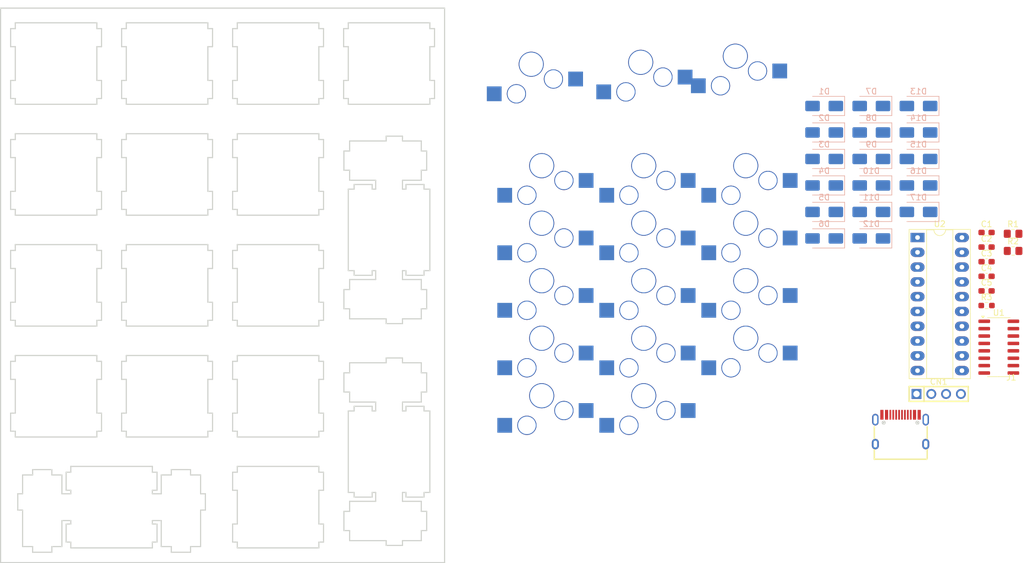
<source format=kicad_pcb>
(kicad_pcb (version 20240108) (generator "pcbnew") (generator_version "8.0")
  (layers (0 "F.Cu" signal) (31 "B.Cu" signal) (34 "B.Paste" user) (35 "F.Paste" user) (36 "B.SilkS" user "B.Silkscreen") (37 "F.SilkS" user "F.Silkscreen") (38 "B.Mask" user) (39 "F.Mask" user) (44 "Edge.Cuts" user))
  (net 0 "")
  (net 1 "GND")
  (net 2 "Net-(U1-V3)")
  (net 3 "Net-(U1-RSTI)")
  (net 4 "/VBUS")
  (net 5 "Net-(U2-RST)")
  (net 6 "/TXD")
  (net 7 "/RXD")
  (net 8 "/ROW0")
  (net 9 "Net-(D1-A)")
  (net 10 "Net-(D2-A)")
  (net 11 "Net-(D3-A)")
  (net 12 "Net-(D4-A)")
  (net 13 "/ROW1")
  (net 14 "Net-(D5-A)")
  (net 15 "Net-(D6-A)")
  (net 16 "Net-(D7-A)")
  (net 17 "Net-(D8-A)")
  (net 18 "/ROW2")
  (net 19 "Net-(D9-A)")
  (net 20 "Net-(D10-A)")
  (net 21 "Net-(D11-A)")
  (net 22 "Net-(D12-A)")
  (net 23 "/ROW3")
  (net 24 "Net-(D13-A)")
  (net 25 "Net-(D14-A)")
  (net 26 "Net-(D15-A)")
  (net 27 "Net-(D16-A)")
  (net 28 "/ROW4")
  (net 29 "Net-(D17-A)")
  (net 31 "Net-(J1-CC1)")
  (net 32 "/D+")
  (net 34 "Net-(J1-CC2)")
  (net 35 "/D-")
  (net 36 "/COL0")
  (net 37 "/COL1")
  (net 38 "/COL2")
  (net 39 "/COL3")
  (footprint "Custom_Library:凯华轴座" (layer "F.Cu") (at 126.195085 -87.247693)
    (property "Reference" "SW13" (hide yes))
    (property "Value" "~")
    (pad "0" thru_hole circle (at -2.54 5.08) (size 3.3 3.3) (drill 3) (layers "*.Cu" "*.Mask"))
    (pad "0" thru_hole circle (at 0 0) (size 4.3 4.3) (drill 4) (layers "*.Cu" "*.Mask"))
    (pad "0" thru_hole circle (at 3.81 2.54) (size 3.3 3.3) (drill 3) (layers "*.Cu" "*.Mask"))
    (pad "1" smd rect (at -6.35 5.08) (size 2.54 2.54) (layers "B.Cu" "B.Paste" "B.Mask") (net 36 "/COL0"))
    (pad "2" smd rect (at 7.62 2.54) (size 2.54 2.54) (layers "B.Cu" "B.Paste" "B.Mask") (net 24 "Net-(D13-A)"))
  )
  (footprint "Custom_Library:凯华轴座" (layer "F.Cu") (at 110.475 -28.92)
    (property "Reference" "SW12" (hide yes))
    (property "Value" "~")
    (pad "0" thru_hole circle (at -2.54 5.08) (size 3.3 3.3) (drill 3) (layers "*.Cu" "*.Mask"))
    (pad "0" thru_hole circle (at 0 0) (size 4.3 4.3) (drill 4) (layers "*.Cu" "*.Mask"))
    (pad "0" thru_hole circle (at 3.81 2.54) (size 3.3 3.3) (drill 3) (layers "*.Cu" "*.Mask"))
    (pad "1" smd rect (at -6.35 5.08) (size 2.54 2.54) (layers "B.Cu" "B.Paste" "B.Mask") (net 39 "/COL3"))
    (pad "2" smd rect (at 7.62 2.54) (size 2.54 2.54) (layers "B.Cu" "B.Paste" "B.Mask") (net 22 "Net-(D12-A)"))
  )
  (footprint "Capacitor_SMD:C_0603_1608Metric_Pad1.08x0.95mm_HandSolder" (layer "F.Cu") (at 169.315085 -51.947693)
    (property "Reference" "C3" (at 0 -1.43 0) (layer "F.SilkS"))
    (property "Value" "10uF")
    (pad "1" smd roundrect (at -0.8625 0) (size 1.075 0.95) (layers "F.Cu" "F.Paste" "F.Mask") (net 4 "/VBUS"))
    (pad "2" smd roundrect (at 0.8625 0) (size 1.075 0.95) (layers "F.Cu" "F.Paste" "F.Mask") (net 5 "Net-(U2-RST)"))
  )
  (footprint "Custom_Library:凯华轴座" (layer "F.Cu") (at 127.985 -38.8)
    (property "Reference" "SW17" (hide yes))
    (property "Value" "~")
    (pad "0" thru_hole circle (at -2.54 5.08) (size 3.3 3.3) (drill 3) (layers "*.Cu" "*.Mask"))
    (pad "0" thru_hole circle (at 0 0) (size 4.3 4.3) (drill 4) (layers "*.Cu" "*.Mask"))
    (pad "0" thru_hole circle (at 3.81 2.54) (size 3.3 3.3) (drill 3) (layers "*.Cu" "*.Mask"))
    (pad "1" smd rect (at -6.35 5.08) (size 2.54 2.54) (layers "B.Cu" "B.Paste" "B.Mask") (net 36 "/COL0"))
    (pad "2" smd rect (at 7.62 2.54) (size 2.54 2.54) (layers "B.Cu" "B.Paste" "B.Mask") (net 29 "Net-(D17-A)"))
  )
  (footprint "Capacitor_SMD:C_0603_1608Metric_Pad1.08x0.95mm_HandSolder" (layer "F.Cu") (at 169.315085 -46.927693)
    (property "Reference" "C5" (at 0 -1.43 0) (layer "F.SilkS"))
    (property "Value" "10uF")
    (pad "1" smd roundrect (at -0.8625 0) (size 1.075 0.95) (layers "F.Cu" "F.Paste" "F.Mask") (net 1 "GND"))
    (pad "2" smd roundrect (at 0.8625 0) (size 1.075 0.95) (layers "F.Cu" "F.Paste" "F.Mask") (net 4 "/VBUS"))
  )
  (footprint "Custom_Library:凯华轴座" (layer "F.Cu") (at 92.965 -58.56)
    (property "Reference" "SW3" (hide yes))
    (property "Value" "~")
    (pad "0" thru_hole circle (at -2.54 5.08) (size 3.3 3.3) (drill 3) (layers "*.Cu" "*.Mask"))
    (pad "0" thru_hole circle (at 0 0) (size 4.3 4.3) (drill 4) (layers "*.Cu" "*.Mask"))
    (pad "0" thru_hole circle (at 3.81 2.54) (size 3.3 3.3) (drill 3) (layers "*.Cu" "*.Mask"))
    (pad "1" smd rect (at -6.35 5.08) (size 2.54 2.54) (layers "B.Cu" "B.Paste" "B.Mask") (net 38 "/COL2"))
    (pad "2" smd rect (at 7.62 2.54) (size 2.54 2.54) (layers "B.Cu" "B.Paste" "B.Mask") (net 11 "Net-(D3-A)"))
  )
  (footprint "Custom_Library:USB-C-SMD_TYPE-C-6PIN-2MD-073" (layer "F.Cu") (at 154.55 -22.99)
    (property "Reference" "J1" (at 19.015085 -9.052693 0) (layer "F.SilkS"))
    (property "Value" "USB_C_Receptacle_USB2.0_16P")
    (fp_poly (pts (xy -2.54 -1.305) (xy -2.55713 -1.413156) (xy -2.606844 -1.510725) (xy -2.684275 -1.588156) (xy -2.781844 -1.63787) (xy -2.89 -1.655) (xy -2.998156 -1.63787) (xy -3.095725 -1.588156) (xy -3.173156 -1.510725) (xy -3.22287 -1.413156) (xy -3.24 -1.305) (xy -3.22287 -1.196844) (xy -3.173156 -1.099275) (xy -3.095725 -1.021844) (xy -2.998156 -0.97213) (xy -2.89 -0.955) (xy -2.781844 -0.97213) (xy -2.684275 -1.021844) (xy -2.606844 -1.099275) (xy -2.55713 -1.196844)) (fill solid) (layer "Edge.Cuts"))
    (fp_poly (pts (xy 3.24 -1.305) (xy 3.22287 -1.413156) (xy 3.173156 -1.510725) (xy 3.095725 -1.588156) (xy 2.998156 -1.63787) (xy 2.89 -1.655) (xy 2.781844 -1.63787) (xy 2.684275 -1.588156) (xy 2.606844 -1.510725) (xy 2.55713 -1.413156) (xy 2.54 -1.305) (xy 2.55713 -1.196844) (xy 2.606844 -1.099275) (xy 2.684275 -1.021844) (xy 2.781844 -0.97213) (xy 2.89 -0.955) (xy 2.998156 -0.97213) (xy 3.095725 -1.021844) (xy 3.173156 -1.099275) (xy 3.22287 -1.196844)) (fill solid) (layer "Edge.Cuts"))
    (pad "1" smd rect (at -3.2 -2.6625) (size 0.55 1.675) (layers "F.Cu" "F.Paste" "F.Mask") (net 1 "GND"))
    (pad "2" smd rect (at -2.4 -2.6625) (size 0.55 1.675) (layers "F.Cu" "F.Paste" "F.Mask") (net 4 "/VBUS"))
    (pad "3" smd rect (at -1.75 -2.6625) (size 0.3 1.675) (layers "F.Cu" "F.Paste" "F.Mask"))
    (pad "4" smd rect (at -1.25 -2.6625) (size 0.3 1.675) (layers "F.Cu" "F.Paste" "F.Mask") (net 31 "Net-(J1-CC1)"))
    (pad "5" smd rect (at -0.75 -2.6625) (size 0.3 1.675) (layers "F.Cu" "F.Paste" "F.Mask") (net 35 "/D-"))
    (pad "6" smd rect (at -0.25 -2.6625) (size 0.3 1.675) (layers "F.Cu" "F.Paste" "F.Mask") (net 32 "/D+"))
    (pad "7" smd rect (at 0.25 -2.6625) (size 0.3 1.675) (layers "F.Cu" "F.Paste" "F.Mask") (net 35 "/D-"))
    (pad "8" smd rect (at 0.75 -2.6625) (size 0.3 1.675) (layers "F.Cu" "F.Paste" "F.Mask") (net 32 "/D+"))
    (pad "9" smd rect (at 1.25 -2.6625) (size 0.3 1.675) (layers "F.Cu" "F.Paste" "F.Mask"))
    (pad "10" smd rect (at 1.75 -2.6625) (size 0.3 1.675) (layers "F.Cu" "F.Paste" "F.Mask") (net 34 "Net-(J1-CC2)"))
    (pad "11" smd rect (at 2.4 -2.6625) (size 0.55 1.675) (layers "F.Cu" "F.Paste" "F.Mask") (net 4 "/VBUS"))
    (pad "12" smd rect (at 3.2 -2.6625) (size 0.55 1.675) (layers "F.Cu" "F.Paste" "F.Mask") (net 1 "GND"))
    (pad "13" thru_hole oval (at -4.325 -1.825) (size 1.1 2) (drill oval 0.6 1.5) (layers "*.Cu" "*.Mask"))
    (pad "13" thru_hole oval (at -4.325 2.375) (size 1.2 1.8) (drill oval 0.6 1.2) (layers "*.Cu" "*.Mask"))
    (pad "14" thru_hole oval (at 4.325 -1.825) (size 1.1 2) (drill oval 0.6 1.5) (layers "*.Cu" "*.Mask") (net 1 "GND"))
    (pad "14" thru_hole oval (at 4.325 2.375) (size 1.2 1.8) (drill oval 0.6 1.2) (layers "*.Cu" "*.Mask") (net 1 "GND"))
  )
  (footprint "Capacitor_SMD:C_0603_1608Metric_Pad1.08x0.95mm_HandSolder" (layer "F.Cu") (at 169.315085 -54.457693)
    (property "Reference" "C2" (at 0 -1.43 0) (layer "F.SilkS"))
    (property "Value" "200pF")
    (pad "1" smd roundrect (at -0.8625 0) (size 1.075 0.95) (layers "F.Cu" "F.Paste" "F.Mask") (net 3 "Net-(U1-RSTI)"))
    (pad "2" smd roundrect (at 0.8625 0) (size 1.075 0.95) (layers "F.Cu" "F.Paste" "F.Mask") (net 1 "GND"))
  )
  (footprint "Custom_Library:凯华轴座" (layer "F.Cu") (at 110.475 -48.68)
    (property "Reference" "SW10" (hide yes))
    (property "Value" "~")
    (pad "0" thru_hole circle (at -2.54 5.08) (size 3.3 3.3) (drill 3) (layers "*.Cu" "*.Mask"))
    (pad "0" thru_hole circle (at 0 0) (size 4.3 4.3) (drill 4) (layers "*.Cu" "*.Mask"))
    (pad "0" thru_hole circle (at 3.81 2.54) (size 3.3 3.3) (drill 3) (layers "*.Cu" "*.Mask"))
    (pad "1" smd rect (at -6.35 5.08) (size 2.54 2.54) (layers "B.Cu" "B.Paste" "B.Mask") (net 37 "/COL1"))
    (pad "2" smd rect (at 7.62 2.54) (size 2.54 2.54) (layers "B.Cu" "B.Paste" "B.Mask") (net 20 "Net-(D10-A)"))
  )
  (footprint "Custom_Library:HDR-TH_4P-P2.54-V-M" (layer "F.Cu") (at 161.097085 -29.225693)
    (property "Reference" "CN1" (at 0 -2.097 0) (layer "F.SilkS"))
    (property "Value" "PZ254V-11-04P")
    (pad "1" thru_hole rect (at -3.81 0) (size 1.7 1.7) (drill 1.1) (layers "*.Cu" "*.Mask") (net 7 "/RXD"))
    (pad "2" thru_hole circle (at -1.27 0) (size 1.7 1.7) (drill 1.1) (layers "*.Cu" "*.Mask") (net 6 "/TXD"))
    (pad "3" thru_hole circle (at 1.27 0) (size 1.7 1.7) (drill 1.1) (layers "*.Cu" "*.Mask") (net 4 "/VBUS"))
    (pad "4" thru_hole circle (at 3.81 0) (size 1.7 1.7) (drill 1.1) (layers "*.Cu" "*.Mask") (net 1 "GND"))
  )
  (footprint "Resistor_SMD:R_0805_2012Metric_Pad1.20x1.40mm_HandSolder" (layer "F.Cu") (at 173.865085 -53.797693)
    (property "Reference" "R2" (at 0 -1.65 0) (layer "F.SilkS"))
    (property "Value" "5.1k")
    (pad "1" smd roundrect (at -1 0) (size 1.2 1.4) (layers "F.Cu" "F.Paste" "F.Mask") (roundrect_rratio 0.208333) (net 34 "Net-(J1-CC2)"))
    (pad "2" smd roundrect (at 1 0) (size 1.2 1.4) (layers "F.Cu" "F.Paste" "F.Mask") (roundrect_rratio 0.208333) (net 1 "GND"))
  )
  (footprint "Resistor_SMD:R_0805_2012Metric_Pad1.20x1.40mm_HandSolder" (layer "F.Cu") (at 173.865085 -56.747693)
    (property "Reference" "R1" (at 0 -1.65 0) (layer "F.SilkS"))
    (property "Value" "5.1k")
    (pad "1" smd roundrect (at -1 0) (size 1.2 1.4) (layers "F.Cu" "F.Paste" "F.Mask") (roundrect_rratio 0.208333) (net 31 "Net-(J1-CC1)"))
    (pad "2" smd roundrect (at 1 0) (size 1.2 1.4) (layers "F.Cu" "F.Paste" "F.Mask") (roundrect_rratio 0.208333) (net 1 "GND"))
  )
  (footprint "Custom_Library:凯华轴座" (layer "F.Cu") (at 91.165085 -85.867693)
    (property "Reference" "SW1" (hide yes))
    (property "Value" "~")
    (pad "0" thru_hole circle (at -2.54 5.08) (size 3.3 3.3) (drill 3) (layers "*.Cu" "*.Mask"))
    (pad "0" thru_hole circle (at 0 0) (size 4.3 4.3) (drill 4) (layers "*.Cu" "*.Mask"))
    (pad "0" thru_hole circle (at 3.81 2.54) (size 3.3 3.3) (drill 3) (layers "*.Cu" "*.Mask"))
    (pad "1" smd rect (at -6.35 5.08) (size 2.54 2.54) (layers "B.Cu" "B.Paste" "B.Mask") (net 36 "/COL0"))
    (pad "2" smd rect (at 7.62 2.54) (size 2.54 2.54) (layers "B.Cu" "B.Paste" "B.Mask") (net 9 "Net-(D1-A)"))
  )
  (footprint "Custom_Library:凯华轴座" (layer "F.Cu") (at 127.985 -58.56)
    (property "Reference" "SW15" (hide yes))
    (property "Value" "~")
    (pad "0" thru_hole circle (at -2.54 5.08) (size 3.3 3.3) (drill 3) (layers "*.Cu" "*.Mask"))
    (pad "0" thru_hole circle (at 0 0) (size 4.3 4.3) (drill 4) (layers "*.Cu" "*.Mask"))
    (pad "0" thru_hole circle (at 3.81 2.54) (size 3.3 3.3) (drill 3) (layers "*.Cu" "*.Mask"))
    (pad "1" smd rect (at -6.35 5.08) (size 2.54 2.54) (layers "B.Cu" "B.Paste" "B.Mask") (net 38 "/COL2"))
    (pad "2" smd rect (at 7.62 2.54) (size 2.54 2.54) (layers "B.Cu" "B.Paste" "B.Mask") (net 26 "Net-(D15-A)"))
  )
  (footprint "Custom_Library:凯华轴座" (layer "F.Cu") (at 110.475 -58.56)
    (property "Reference" "SW9" (hide yes))
    (property "Value" "~")
    (pad "0" thru_hole circle (at -2.54 5.08) (size 3.3 3.3) (drill 3) (layers "*.Cu" "*.Mask"))
    (pad "0" thru_hole circle (at 0 0) (size 4.3 4.3) (drill 4) (layers "*.Cu" "*.Mask"))
    (pad "0" thru_hole circle (at 3.81 2.54) (size 3.3 3.3) (drill 3) (layers "*.Cu" "*.Mask"))
    (pad "1" smd rect (at -6.35 5.08) (size 2.54 2.54) (layers "B.Cu" "B.Paste" "B.Mask") (net 36 "/COL0"))
    (pad "2" smd rect (at 7.62 2.54) (size 2.54 2.54) (layers "B.Cu" "B.Paste" "B.Mask") (net 19 "Net-(D9-A)"))
  )
  (footprint "Custom_Library:凯华轴座" (layer "F.Cu") (at 109.955085 -86.197693)
    (property "Reference" "SW7" (hide yes))
    (property "Value" "~")
    (pad "0" thru_hole circle (at -2.54 5.08) (size 3.3 3.3) (drill 3) (layers "*.Cu" "*.Mask"))
    (pad "0" thru_hole circle (at 0 0) (size 4.3 4.3) (drill 4) (layers "*.Cu" "*.Mask"))
    (pad "0" thru_hole circle (at 3.81 2.54) (size 3.3 3.3) (drill 3) (layers "*.Cu" "*.Mask"))
    (pad "1" smd rect (at -6.35 5.08) (size 2.54 2.54) (layers "B.Cu" "B.Paste" "B.Mask") (net 38 "/COL2"))
    (pad "2" smd rect (at 7.62 2.54) (size 2.54 2.54) (layers "B.Cu" "B.Paste" "B.Mask") (net 16 "Net-(D7-A)"))
  )
  (footprint "Capacitor_SMD:C_0603_1608Metric_Pad1.08x0.95mm_HandSolder" (layer "F.Cu") (at 169.315085 -49.437693)
    (property "Reference" "C4" (at 0 -1.43 0) (layer "F.SilkS"))
    (property "Value" "0.1uF")
    (pad "1" smd roundrect (at -0.8625 0) (size 1.075 0.95) (layers "F.Cu" "F.Paste" "F.Mask") (net 1 "GND"))
    (pad "2" smd roundrect (at 0.8625 0) (size 1.075 0.95) (layers "F.Cu" "F.Paste" "F.Mask") (net 4 "/VBUS"))
  )
  (footprint "Custom_Library:凯华轴座" (layer "F.Cu") (at 127.985 -68.44)
    (property "Reference" "SW14" (hide yes))
    (property "Value" "~")
    (pad "0" thru_hole circle (at -2.54 5.08) (size 3.3 3.3) (drill 3) (layers "*.Cu" "*.Mask"))
    (pad "0" thru_hole circle (at 0 0) (size 4.3 4.3) (drill 4) (layers "*.Cu" "*.Mask"))
    (pad "0" thru_hole circle (at 3.81 2.54) (size 3.3 3.3) (drill 3) (layers "*.Cu" "*.Mask"))
    (pad "1" smd rect (at -6.35 5.08) (size 2.54 2.54) (layers "B.Cu" "B.Paste" "B.Mask") (net 37 "/COL1"))
    (pad "2" smd rect (at 7.62 2.54) (size 2.54 2.54) (layers "B.Cu" "B.Paste" "B.Mask") (net 25 "Net-(D14-A)"))
  )
  (footprint "Custom_Library:凯华轴座" (layer "F.Cu") (at 110.475 -38.8)
    (property "Reference" "SW11" (hide yes))
    (property "Value" "~")
    (pad "0" thru_hole circle (at -2.54 5.08) (size 3.3 3.3) (drill 3) (layers "*.Cu" "*.Mask"))
    (pad "0" thru_hole circle (at 0 0) (size 4.3 4.3) (drill 4) (layers "*.Cu" "*.Mask"))
    (pad "0" thru_hole circle (at 3.81 2.54) (size 3.3 3.3) (drill 3) (layers "*.Cu" "*.Mask"))
    (pad "1" smd rect (at -6.35 5.08) (size 2.54 2.54) (layers "B.Cu" "B.Paste" "B.Mask") (net 38 "/COL2"))
    (pad "2" smd rect (at 7.62 2.54) (size 2.54 2.54) (layers "B.Cu" "B.Paste" "B.Mask") (net 21 "Net-(D11-A)"))
  )
  (footprint "Custom_Library:凯华轴座" (layer "F.Cu") (at 110.475 -68.44)
    (property "Reference" "SW8" (hide yes))
    (property "Value" "~")
    (pad "0" thru_hole circle (at -2.54 5.08) (size 3.3 3.3) (drill 3) (layers "*.Cu" "*.Mask"))
    (pad "0" thru_hole circle (at 0 0) (size 4.3 4.3) (drill 4) (layers "*.Cu" "*.Mask"))
    (pad "0" thru_hole circle (at 3.81 2.54) (size 3.3 3.3) (drill 3) (layers "*.Cu" "*.Mask"))
    (pad "1" smd rect (at -6.35 5.08) (size 2.54 2.54) (layers "B.Cu" "B.Paste" "B.Mask") (net 39 "/COL3"))
    (pad "2" smd rect (at 7.62 2.54) (size 2.54 2.54) (layers "B.Cu" "B.Paste" "B.Mask") (net 17 "Net-(D8-A)"))
  )
  (footprint "Custom_Library:凯华轴座" (layer "F.Cu") (at 92.965 -28.92)
    (property "Reference" "SW6" (hide yes))
    (property "Value" "~")
    (pad "0" thru_hole circle (at -2.54 5.08) (size 3.3 3.3) (drill 3) (layers "*.Cu" "*.Mask"))
    (pad "0" thru_hole circle (at 0 0) (size 4.3 4.3) (drill 4) (layers "*.Cu" "*.Mask"))
    (pad "0" thru_hole circle (at 3.81 2.54) (size 3.3 3.3) (drill 3) (layers "*.Cu" "*.Mask"))
    (pad "1" smd rect (at -6.35 5.08) (size 2.54 2.54) (layers "B.Cu" "B.Paste" "B.Mask") (net 37 "/COL1"))
    (pad "2" smd rect (at 7.62 2.54) (size 2.54 2.54) (layers "B.Cu" "B.Paste" "B.Mask") (net 15 "Net-(D6-A)"))
  )
  (footprint "Package_DIP:DIP-20_W7.62mm_Socket_LongPads" (layer "F.Cu") (at 157.465085 -56.097693)
    (property "Reference" "U2" (at 3.81 -2.33 0) (layer "F.SilkS"))
    (property "Value" "STC12C5604AD-35I-DIP20")
    (pad "1" thru_hole rect (at 0 0) (size 2.4 1.6) (drill 0.8) (layers "*.Cu" "*.Mask") (net 5 "Net-(U2-RST)"))
    (pad "2" thru_hole oval (at 0 2.54) (size 2.4 1.6) (drill 0.8) (layers "*.Cu" "*.Mask") (net 7 "/RXD"))
    (pad "3" thru_hole oval (at 0 5.08) (size 2.4 1.6) (drill 0.8) (layers "*.Cu" "*.Mask") (net 6 "/TXD"))
    (pad "4" thru_hole oval (at 0 7.62) (size 2.4 1.6) (drill 0.8) (layers "*.Cu" "*.Mask"))
    (pad "5" thru_hole oval (at 0 10.16) (size 2.4 1.6) (drill 0.8) (layers "*.Cu" "*.Mask"))
    (pad "6" thru_hole oval (at 0 12.7) (size 2.4 1.6) (drill 0.8) (layers "*.Cu" "*.Mask"))
    (pad "7" thru_hole oval (at 0 15.24) (size 2.4 1.6) (drill 0.8) (layers "*.Cu" "*.Mask"))
    (pad "8" thru_hole oval (at 0 17.78) (size 2.4 1.6) (drill 0.8) (layers "*.Cu" "*.Mask"))
    (pad "9" thru_hole oval (at 0 20.32) (size 2.4 1.6) (drill 0.8) (layers "*.Cu" "*.Mask"))
    (pad "10" thru_hole oval (at 0 22.86) (size 2.4 1.6) (drill 0.8) (layers "*.Cu" "*.Mask") (net 1 "GND"))
    (pad "11" thru_hole oval (at 7.62 22.86) (size 2.4 1.6) (drill 0.8) (layers "*.Cu" "*.Mask") (net 28 "/ROW4"))
    (pad "12" thru_hole oval (at 7.62 20.32) (size 2.4 1.6) (drill 0.8) (layers "*.Cu" "*.Mask") (net 39 "/COL3"))
    (pad "13" thru_hole oval (at 7.62 17.78) (size 2.4 1.6) (drill 0.8) (layers "*.Cu" "*.Mask") (net 38 "/COL2"))
    (pad "14" thru_hole oval (at 7.62 15.24) (size 2.4 1.6) (drill 0.8) (layers "*.Cu" "*.Mask") (net 37 "/COL1"))
    (pad "15" thru_hole oval (at 7.62 12.7) (size 2.4 1.6) (drill 0.8) (layers "*.Cu" "*.Mask") (net 36 "/COL0"))
    (pad "16" thru_hole oval (at 7.62 10.16) (size 2.4 1.6) (drill 0.8) (layers "*.Cu" "*.Mask") (net 23 "/ROW3"))
    (pad "17" thru_hole oval (at 7.62 7.62) (size 2.4 1.6) (drill 0.8) (layers "*.Cu" "*.Mask") (net 18 "/ROW2"))
    (pad "18" thru_hole oval (at 7.62 5.08) (size 2.4 1.6) (drill 0.8) (layers "*.Cu" "*.Mask") (net 13 "/ROW1"))
    (pad "19" thru_hole oval (at 7.62 2.54) (size 2.4 1.6) (drill 0.8) (layers "*.Cu" "*.Mask") (net 8 "/ROW0"))
    (pad "20" thru_hole oval (at 7.62 0) (size 2.4 1.6) (drill 0.8) (layers "*.Cu" "*.Mask") (net 4 "/VBUS"))
  )
  (footprint "Custom_Library:凯华轴座" (layer "F.Cu") (at 92.965 -68.44)
    (property "Reference" "SW2" (hide yes))
    (property "Value" "~")
    (pad "0" thru_hole circle (at -2.54 5.08) (size 3.3 3.3) (drill 3) (layers "*.Cu" "*.Mask"))
    (pad "0" thru_hole circle (at 0 0) (size 4.3 4.3) (drill 4) (layers "*.Cu" "*.Mask"))
    (pad "0" thru_hole circle (at 3.81 2.54) (size 3.3 3.3) (drill 3) (layers "*.Cu" "*.Mask"))
    (pad "1" smd rect (at -6.35 5.08) (size 2.54 2.54) (layers "B.Cu" "B.Paste" "B.Mask") (net 37 "/COL1"))
    (pad "2" smd rect (at 7.62 2.54) (size 2.54 2.54) (layers "B.Cu" "B.Paste" "B.Mask") (net 10 "Net-(D2-A)"))
  )
  (footprint "Custom_Library:凯华轴座" (layer "F.Cu") (at 127.985 -48.68)
    (property "Reference" "SW16" (hide yes))
    (property "Value" "~")
    (pad "0" thru_hole circle (at -2.54 5.08) (size 3.3 3.3) (drill 3) (layers "*.Cu" "*.Mask"))
    (pad "0" thru_hole circle (at 0 0) (size 4.3 4.3) (drill 4) (layers "*.Cu" "*.Mask"))
    (pad "0" thru_hole circle (at 3.81 2.54) (size 3.3 3.3) (drill 3) (layers "*.Cu" "*.Mask"))
    (pad "1" smd rect (at -6.35 5.08) (size 2.54 2.54) (layers "B.Cu" "B.Paste" "B.Mask") (net 39 "/COL3"))
    (pad "2" smd rect (at 7.62 2.54) (size 2.54 2.54) (layers "B.Cu" "B.Paste" "B.Mask") (net 27 "Net-(D16-A)"))
  )
  (footprint "Custom_Library:凯华轴座" (layer "F.Cu") (at 92.965 -48.68)
    (property "Reference" "SW4" (hide yes))
    (property "Value" "~")
    (pad "0" thru_hole circle (at -2.54 5.08) (size 3.3 3.3) (drill 3) (layers "*.Cu" "*.Mask"))
    (pad "0" thru_hole circle (at 0 0) (size 4.3 4.3) (drill 4) (layers "*.Cu" "*.Mask"))
    (pad "0" thru_hole circle (at 3.81 2.54) (size 3.3 3.3) (drill 3) (layers "*.Cu" "*.Mask"))
    (pad "1" smd rect (at -6.35 5.08) (size 2.54 2.54) (layers "B.Cu" "B.Paste" "B.Mask") (net 39 "/COL3"))
    (pad "2" smd rect (at 7.62 2.54) (size 2.54 2.54) (layers "B.Cu" "B.Paste" "B.Mask") (net 12 "Net-(D4-A)"))
  )
  (footprint "Capacitor_SMD:C_0603_1608Metric_Pad1.08x0.95mm_HandSolder" (layer "F.Cu") (at 169.315085 -56.967693)
    (property "Reference" "C1" (at 0 -1.43 0) (layer "F.SilkS"))
    (property "Value" "0.1uF")
    (pad "1" smd roundrect (at -0.8625 0) (size 1.075 0.95) (layers "F.Cu" "F.Paste" "F.Mask") (net 1 "GND"))
    (pad "2" smd roundrect (at 0.8625 0) (size 1.075 0.95) (layers "F.Cu" "F.Paste" "F.Mask") (net 2 "Net-(U1-V3)"))
  )
  (footprint "Package_SO:SOP-16_3.9x9.9mm_P1.27mm" (layer "F.Cu") (at 171.415085 -37.267693)
    (property "Reference" "U1" (at 0 -5.9 0) (layer "F.SilkS"))
    (property "Value" "CH9328")
    (pad "1" smd roundrect (at -2.5 -4.445) (size 2 0.6) (layers "F.Cu" "F.Paste" "F.Mask") (net 3 "Net-(U1-RSTI)"))
    (pad "2" smd roundrect (at -2.5 -3.175) (size 2 0.6) (layers "F.Cu" "F.Paste" "F.Mask") (net 7 "/RXD"))
    (pad "3" smd roundrect (at -2.5 -1.905) (size 2 0.6) (layers "F.Cu" "F.Paste" "F.Mask") (net 6 "/TXD"))
    (pad "4" smd roundrect (at -2.5 -0.635) (size 2 0.6) (layers "F.Cu" "F.Paste" "F.Mask"))
    (pad "5" smd roundrect (at -2.5 0.635) (size 2 0.6) (layers "F.Cu" "F.Paste" "F.Mask") (net 2 "Net-(U1-V3)"))
    (pad "6" smd roundrect (at -2.5 1.905) (size 2 0.6) (layers "F.Cu" "F.Paste" "F.Mask") (net 32 "/D+"))
    (pad "7" smd roundrect (at -2.5 3.175) (size 2 0.6) (layers "F.Cu" "F.Paste" "F.Mask") (net 35 "/D-"))
    (pad "8" smd roundrect (at -2.5 4.445) (size 2 0.6) (layers "F.Cu" "F.Paste" "F.Mask") (net 1 "GND"))
    (pad "9" smd roundrect (at 2.5 4.445) (size 2 0.6) (layers "F.Cu" "F.Paste" "F.Mask"))
    (pad "10" smd roundrect (at 2.5 3.175) (size 2 0.6) (layers "F.Cu" "F.Paste" "F.Mask"))
    (pad "11" smd roundrect (at 2.5 1.905) (size 2 0.6) (layers "F.Cu" "F.Paste" "F.Mask") (net 4 "/VBUS"))
    (pad "12" smd roundrect (at 2.5 0.635) (size 2 0.6) (layers "F.Cu" "F.Paste" "F.Mask") (net 4 "/VBUS"))
    (pad "13" smd roundrect (at 2.5 -0.635) (size 2 0.6) (layers "F.Cu" "F.Paste" "F.Mask") (net 4 "/VBUS"))
    (pad "14" smd roundrect (at 2.5 -1.905) (size 2 0.6) (layers "F.Cu" "F.Paste" "F.Mask") (net 1 "GND"))
    (pad "15" smd roundrect (at 2.5 -3.175) (size 2 0.6) (layers "F.Cu" "F.Paste" "F.Mask") (net 4 "/VBUS"))
    (pad "16" smd roundrect (at 2.5 -4.445) (size 2 0.6) (layers "F.Cu" "F.Paste" "F.Mask"))
  )
  (footprint "Custom_Library:凯华轴座" (layer "F.Cu") (at 92.965 -38.8)
    (property "Reference" "SW5" (hide yes))
    (property "Value" "~")
    (pad "0" thru_hole circle (at -2.54 5.08) (size 3.3 3.3) (drill 3) (layers "*.Cu" "*.Mask"))
    (pad "0" thru_hole circle (at 0 0) (size 4.3 4.3) (drill 4) (layers "*.Cu" "*.Mask"))
    (pad "0" thru_hole circle (at 3.81 2.54) (size 3.3 3.3) (drill 3) (layers "*.Cu" "*.Mask"))
    (pad "1" smd rect (at -6.35 5.08) (size 2.54 2.54) (layers "B.Cu" "B.Paste" "B.Mask") (net 36 "/COL0"))
    (pad "2" smd rect (at 7.62 2.54) (size 2.54 2.54) (layers "B.Cu" "B.Paste" "B.Mask") (net 14 "Net-(D5-A)"))
  )
  (footprint "Resistor_SMD:R_0603_1608Metric_Pad0.98x0.95mm_HandSolder" (layer "F.Cu") (at 169.315085 -44.417693)
    (property "Reference" "R3" (at 0 -1.43 0) (layer "F.SilkS"))
    (property "Value" "1k")
    (pad "1" smd roundrect (at -0.9125 0) (size 0.975 0.95) (layers "F.Cu" "F.Paste" "F.Mask") (net 5 "Net-(U2-RST)"))
    (pad "2" smd roundrect (at 0.9125 0) (size 0.975 0.95) (layers "F.Cu" "F.Paste" "F.Mask") (net 1 "GND"))
  )
  (footprint "Diode_SMD:D_SMA" (layer "B.Cu") (at 149.54 -55.945 180)
    (property "Reference" "D12" (at 0 2.5 0) (layer "B.SilkS") (effects (justify mirror)))
    (property "Value" "D")
    (pad "1" smd roundrect (at -2 0 180) (size 2.5 1.8) (layers "B.Cu" "B.Paste" "B.Mask") (roundrect_rratio 0.1388888889) (net 18 "/ROW2"))
    (pad "2" smd roundrect (at 2 0 180) (size 2.5 1.8) (layers "B.Cu" "B.Paste" "B.Mask") (roundrect_rratio 0.1388888889) (net 22 "Net-(D12-A)"))
  )
  (footprint "Diode_SMD:D_SMA" (layer "B.Cu") (at 141.445 -78.695 180)
    (property "Reference" "D1" (at 0 2.5 0) (layer "B.SilkS") (effects (justify mirror)))
    (property "Value" "D")
    (pad "1" smd roundrect (at -2 0 180) (size 2.5 1.8) (layers "B.Cu" "B.Paste" "B.Mask") (roundrect_rratio 0.1388888889) (net 8 "/ROW0"))
    (pad "2" smd roundrect (at 2 0 180) (size 2.5 1.8) (layers "B.Cu" "B.Paste" "B.Mask") (roundrect_rratio 0.1388888889) (net 9 "Net-(D1-A)"))
  )
  (footprint "Diode_SMD:D_SMA" (layer "B.Cu") (at 149.54 -74.145 180)
    (property "Reference" "D8" (at 0 2.5 0) (layer "B.SilkS") (effects (justify mirror)))
    (property "Value" "D")
    (pad "1" smd roundrect (at -2 0 180) (size 2.5 1.8) (layers "B.Cu" "B.Paste" "B.Mask") (roundrect_rratio 0.1388888889) (net 13 "/ROW1"))
    (pad "2" smd roundrect (at 2 0 180) (size 2.5 1.8) (layers "B.Cu" "B.Paste" "B.Mask") (roundrect_rratio 0.1388888889) (net 17 "Net-(D8-A)"))
  )
  (footprint "Diode_SMD:D_SMA" (layer "B.Cu") (at 157.635 -65.045 180)
    (property "Reference" "D16" (at 0 2.5 0) (layer "B.SilkS") (effects (justify mirror)))
    (property "Value" "D")
    (pad "1" smd roundrect (at -2 0 180) (size 2.5 1.8) (layers "B.Cu" "B.Paste" "B.Mask") (roundrect_rratio 0.1388888889) (net 23 "/ROW3"))
    (pad "2" smd roundrect (at 2 0 180) (size 2.5 1.8) (layers "B.Cu" "B.Paste" "B.Mask") (roundrect_rratio 0.1388888889) (net 27 "Net-(D16-A)"))
  )
  (footprint "Diode_SMD:D_SMA" (layer "B.Cu") (at 141.445 -65.045 180)
    (property "Reference" "D4" (at 0 2.5 0) (layer "B.SilkS") (effects (justify mirror)))
    (property "Value" "D")
    (pad "1" smd roundrect (at -2 0 180) (size 2.5 1.8) (layers "B.Cu" "B.Paste" "B.Mask") (roundrect_rratio 0.1388888889) (net 8 "/ROW0"))
    (pad "2" smd roundrect (at 2 0 180) (size 2.5 1.8) (layers "B.Cu" "B.Paste" "B.Mask") (roundrect_rratio 0.1388888889) (net 12 "Net-(D4-A)"))
  )
  (footprint "Diode_SMD:D_SMA" (layer "B.Cu") (at 141.445 -55.945 180)
    (property "Reference" "D6" (at 0 2.5 0) (layer "B.SilkS") (effects (justify mirror)))
    (property "Value" "D")
    (pad "1" smd roundrect (at -2 0 180) (size 2.5 1.8) (layers "B.Cu" "B.Paste" "B.Mask") (roundrect_rratio 0.1388888889) (net 13 "/ROW1"))
    (pad "2" smd roundrect (at 2 0 180) (size 2.5 1.8) (layers "B.Cu" "B.Paste" "B.Mask") (roundrect_rratio 0.1388888889) (net 15 "Net-(D6-A)"))
  )
  (footprint "Diode_SMD:D_SMA" (layer "B.Cu") (at 149.54 -60.495 180)
    (property "Reference" "D11" (at 0 2.5 0) (layer "B.SilkS") (effects (justify mirror)))
    (property "Value" "D")
    (pad "1" smd roundrect (at -2 0 180) (size 2.5 1.8) (layers "B.Cu" "B.Paste" "B.Mask") (roundrect_rratio 0.1388888889) (net 18 "/ROW2"))
    (pad "2" smd roundrect (at 2 0 180) (size 2.5 1.8) (layers "B.Cu" "B.Paste" "B.Mask") (roundrect_rratio 0.1388888889) (net 21 "Net-(D11-A)"))
  )
  (footprint "Diode_SMD:D_SMA" (layer "B.Cu") (at 157.635 -69.595 180)
    (property "Reference" "D15" (at 0 2.5 0) (layer "B.SilkS") (effects (justify mirror)))
    (property "Value" "D")
    (pad "1" smd roundrect (at -2 0 180) (size 2.5 1.8) (layers "B.Cu" "B.Paste" "B.Mask") (roundrect_rratio 0.1388888889) (net 23 "/ROW3"))
    (pad "2" smd roundrect (at 2 0 180) (size 2.5 1.8) (layers "B.Cu" "B.Paste" "B.Mask") (roundrect_rratio 0.1388888889) (net 26 "Net-(D15-A)"))
  )
  (footprint "Diode_SMD:D_SMA" (layer "B.Cu") (at 157.635 -74.145 180)
    (property "Reference" "D14" (at 0 2.5 0) (layer "B.SilkS") (effects (justify mirror)))
    (property "Value" "D")
    (pad "1" smd roundrect (at -2 0 180) (size 2.5 1.8) (layers "B.Cu" "B.Paste" "B.Mask") (roundrect_rratio 0.1388888889) (net 23 "/ROW3"))
    (pad "2" smd roundrect (at 2 0 180) (size 2.5 1.8) (layers "B.Cu" "B.Paste" "B.Mask") (roundrect_rratio 0.1388888889) (net 25 "Net-(D14-A)"))
  )
  (footprint "Diode_SMD:D_SMA" (layer "B.Cu") (at 141.445 -60.495 180)
    (property "Reference" "D5" (at 0 2.5 0) (layer "B.SilkS") (effects (justify mirror)))
    (property "Value" "D")
    (pad "1" smd roundrect (at -2 0 180) (size 2.5 1.8) (layers "B.Cu" "B.Paste" "B.Mask") (roundrect_rratio 0.1388888889) (net 13 "/ROW1"))
    (pad "2" smd roundrect (at 2 0 180) (size 2.5 1.8) (layers "B.Cu" "B.Paste" "B.Mask") (roundrect_rratio 0.1388888889) (net 14 "Net-(D5-A)"))
  )
  (footprint "Diode_SMD:D_SMA" (layer "B.Cu") (at 149.54 -78.695 180)
    (property "Reference" "D7" (at 0 2.5 0) (layer "B.SilkS") (effects (justify mirror)))
    (property "Value" "D")
    (pad "1" smd roundrect (at -2 0 180) (size 2.5 1.8) (layers "B.Cu" "B.Paste" "B.Mask") (roundrect_rratio 0.1388888889) (net 13 "/ROW1"))
    (pad "2" smd roundrect (at 2 0 180) (size 2.5 1.8) (layers "B.Cu" "B.Paste" "B.Mask") (roundrect_rratio 0.1388888889) (net 16 "Net-(D7-A)"))
  )
  (footprint "Diode_SMD:D_SMA" (layer "B.Cu") (at 157.635 -60.495 180)
    (property "Reference" "D17" (at 0 2.5 0) (layer "B.SilkS") (effects (justify mirror)))
    (property "Value" "D")
    (pad "1" smd roundrect (at -2 0 180) (size 2.5 1.8) (layers "B.Cu" "B.Paste" "B.Mask") (roundrect_rratio 0.1388888889) (net 28 "/ROW4"))
    (pad "2" smd roundrect (at 2 0 180) (size 2.5 1.8) (layers "B.Cu" "B.Paste" "B.Mask") (roundrect_rratio 0.1388888889) (net 29 "Net-(D17-A)"))
  )
  (footprint "Diode_SMD:D_SMA" (layer "B.Cu") (at 149.54 -69.595 180)
    (property "Reference" "D9" (at 0 2.5 0) (layer "B.SilkS") (effects (justify mirror)))
    (property "Value" "D")
    (pad "1" smd roundrect (at -2 0 180) (size 2.5 1.8) (layers "B.Cu" "B.Paste" "B.Mask") (roundrect_rratio 0.1388888889) (net 18 "/ROW2"))
    (pad "2" smd roundrect (at 2 0 180) (size 2.5 1.8) (layers "B.Cu" "B.Paste" "B.Mask") (roundrect_rratio 0.1388888889) (net 19 "Net-(D9-A)"))
  )
  (footprint "Diode_SMD:D_SMA" (layer "B.Cu") (at 141.445 -74.145 180)
    (property "Reference" "D2" (at 0 2.5 0) (layer "B.SilkS") (effects (justify mirror)))
    (property "Value" "D")
    (pad "1" smd roundrect (at -2 0 180) (size 2.5 1.8) (layers "B.Cu" "B.Paste" "B.Mask") (roundrect_rratio 0.1388888889) (net 8 "/ROW0"))
    (pad "2" smd roundrect (at 2 0 180) (size 2.5 1.8) (layers "B.Cu" "B.Paste" "B.Mask") (roundrect_rratio 0.1388888889) (net 10 "Net-(D2-A)"))
  )
  (footprint "Diode_SMD:D_SMA" (layer "B.Cu") (at 149.54 -65.045 180)
    (property "Reference" "D10" (at 0 2.5 0) (layer "B.SilkS") (effects (justify mirror)))
    (property "Value" "D")
    (pad "1" smd roundrect (at -2 0 180) (size 2.5 1.8) (layers "B.Cu" "B.Paste" "B.Mask") (roundrect_rratio 0.1388888889) (net 18 "/ROW2"))
    (pad "2" smd roundrect (at 2 0 180) (size 2.5 1.8) (layers "B.Cu" "B.Paste" "B.Mask") (roundrect_rratio 0.1388888889) (net 20 "Net-(D10-A)"))
  )
  (footprint "Diode_SMD:D_SMA" (layer "B.Cu") (at 157.635 -78.695 180)
    (property "Reference" "D13" (at 0 2.5 0) (layer "B.SilkS") (effects (justify mirror)))
    (property "Value" "D")
    (pad "1" smd roundrect (at -2 0 180) (size 2.5 1.8) (layers "B.Cu" "B.Paste" "B.Mask") (roundrect_rratio 0.1388888889) (net 23 "/ROW3"))
    (pad "2" smd roundrect (at 2 0 180) (size 2.5 1.8) (layers "B.Cu" "B.Paste" "B.Mask") (roundrect_rratio 0.1388888889) (net 24 "Net-(D13-A)"))
  )
  (footprint "Diode_SMD:D_SMA" (layer "B.Cu") (at 141.445 -69.595 180)
    (property "Reference" "D3" (at 0 2.5 0) (layer "B.SilkS") (effects (justify mirror)))
    (property "Value" "D")
    (pad "1" smd roundrect (at -2 0 180) (size 2.5 1.8) (layers "B.Cu" "B.Paste" "B.Mask") (roundrect_rratio 0.1388888889) (net 8 "/ROW0"))
    (pad "2" smd roundrect (at 2 0 180) (size 2.5 1.8) (layers "B.Cu" "B.Paste" "B.Mask") (roundrect_rratio 0.1388888889) (net 11 "Net-(D3-A)"))
  )
  (gr_line (start 76.2953 -0.257693) (end 0.095085 -0.257693) (stroke (width 0.2)) (layer "Edge.Cuts"))
  (gr_line (start 54.719 -60.9328) (end 55.5198 -60.9328) (stroke (width 0.2)) (layer "Edge.Cuts"))
  (gr_line (start 36.4698 -41.8828) (end 36.4698 -44.9834) (stroke (width 0.2)) (layer "Edge.Cuts"))
  (gr_line (start 21.6697 -35.833) (end 21.6697 -34.8327) (stroke (width 0.2)) (layer "Edge.Cuts"))
  (gr_line (start 63.8679 -65.2089) (end 60.7702 -65.2089) (stroke (width 0.2)) (layer "Edge.Cuts"))
  (gr_line (start 5.59484 -2.03261) (end 8.89385 -2.03261) (stroke (width 0.2)) (layer "Edge.Cuts"))
  (gr_line (start 73.2194 -43.8587) (end 73.2194 -47.1579) (stroke (width 0.2)) (layer "Edge.Cuts"))
  (gr_line (start 73.2194 -9.05785) (end 72.3 -9.05785) (stroke (width 0.2)) (layer "Edge.Cuts"))
  (gr_line (start 40.7197 -83.0834) (end 39.9189 -83.0834) (stroke (width 0.2)) (layer "Edge.Cuts"))
  (gr_line (start 5.59484 -16.2333) (end 5.59484 -15.3128) (stroke (width 0.2)) (layer "Edge.Cuts"))
  (gr_line (start 55.5198 -53.8826) (end 54.719 -53.8826) (stroke (width 0.2)) (layer "Edge.Cuts"))
  (gr_line (start 72.3 -65.9335) (end 72.3 -67.6589) (stroke (width 0.2)) (layer "Edge.Cuts"))
  (gr_line (start 1.81901 -53.8826) (end 1.81901 -50.7834) (stroke (width 0.2)) (layer "Edge.Cuts"))
  (gr_line (start 35.669 -59.9338) (end 35.669 -60.9328) (stroke (width 0.2)) (layer "Edge.Cuts"))
  (gr_line (start 69.07 -41.3082) (end 69.07 -42.1337) (stroke (width 0.2)) (layer "Edge.Cuts"))
  (gr_line (start 27.6696 -15.3128) (end 27.6696 -12.0826) (stroke (width 0.2)) (layer "Edge.Cuts"))
  (gr_line (start 40.7197 -69.8334) (end 40.7197 -64.0334) (stroke (width 0.2)) (layer "Edge.Cuts"))
  (gr_line (start 35.669 -64.0334) (end 35.669 -69.8334) (stroke (width 0.2)) (layer "Edge.Cuts"))
  (gr_line (start 11.344 -12.6835) (end 12.1447 -12.6835) (stroke (width 0.2)) (layer "Edge.Cuts"))
  (gr_line (start 16.6192 -60.9328) (end 17.4198 -60.9328) (stroke (width 0.2)) (layer "Edge.Cuts"))
  (gr_line (start 40.7197 -21.8336) (end 54.719 -21.8336) (stroke (width 0.2)) (layer "Edge.Cuts"))
  (gr_line (start 54.719 -25.9333) (end 54.719 -31.7335) (stroke (width 0.2)) (layer "Edge.Cuts"))
  (gr_line (start 8.89385 -15.3128) (end 8.89385 -16.2333) (stroke (width 0.2)) (layer "Edge.Cuts"))
  (gr_line (start 26.1441 -16.7831) (end 12.1447 -16.7831) (stroke (width 0.2)) (layer "Edge.Cuts"))
  (gr_line (start 3.86955 -15.3128) (end 3.86955 -12.0826) (stroke (width 0.2)) (layer "Edge.Cuts"))
  (gr_line (start 69.07 -42.1337) (end 72.3 -42.1337) (stroke (width 0.2)) (layer "Edge.Cuts"))
  (gr_line (start 59.9997 -65.9335) (end 64.4701 -65.9335) (stroke (width 0.2)) (layer "Edge.Cuts"))
  (gr_line (start 40.7197 -12.6835) (end 40.7197 -6.88329) (stroke (width 0.2)) (layer "Edge.Cuts"))
  (gr_line (start 21.6697 -59.9338) (end 35.669 -59.9338) (stroke (width 0.2)) (layer "Edge.Cuts"))
  (gr_line (start 39.9189 -60.9328) (end 40.7197 -60.9328) (stroke (width 0.2)) (layer "Edge.Cuts"))
  (gr_line (start 20.869 -79.9828) (end 21.6697 -79.9828) (stroke (width 0.2)) (layer "Edge.Cuts"))
  (gr_line (start 72.7699 -64.4081) (end 72.7699 -65.2089) (stroke (width 0.2)) (layer "Edge.Cuts"))
  (gr_line (start 60.7702 -65.2089) (end 60.7702 -64.4081) (stroke (width 0.2)) (layer "Edge.Cuts"))
  (gr_line (start 36.4698 -72.9326) (end 35.669 -72.9326) (stroke (width 0.2)) (layer "Edge.Cuts"))
  (gr_line (start 35.669 -40.8838) (end 35.669 -41.8828) (stroke (width 0.2)) (layer "Edge.Cuts"))
  (gr_line (start 26.1441 -12.6835) (end 26.9448 -12.6835) (stroke (width 0.2)) (layer "Edge.Cuts"))
  (gr_line (start 2.61965 -78.9838) (end 16.6192 -78.9838) (stroke (width 0.2)) (layer "Edge.Cuts"))
  (gr_line (start 69.07 -50.4088) (end 69.6694 -50.4088) (stroke (width 0.2)) (layer "Edge.Cuts"))
  (gr_line (start 0.095085 -95.5075) (end 76.2953 -95.5075) (stroke (width 0.2)) (layer "Edge.Cuts"))
  (gr_line (start 40.7197 -34.8327) (end 39.9189 -34.8327) (stroke (width 0.2)) (layer "Edge.Cuts"))
  (gr_line (start 73.769 -79.9828) (end 74.5698 -79.9828) (stroke (width 0.2)) (layer "Edge.Cuts"))
  (gr_line (start 32.694 -3.01377) (end 34.4193 -3.01377) (stroke (width 0.2)) (layer "Edge.Cuts"))
  (gr_line (start 3.86955 -12.0826) (end 3.04409 -12.0826) (stroke (width 0.2)) (layer "Edge.Cuts"))
  (gr_line (start 64.4701 -50.4088) (end 64.4701 -48.883) (stroke (width 0.2)) (layer "Edge.Cuts"))
  (gr_line (start 35.669 -73.9331) (end 21.6697 -73.9331) (stroke (width 0.2)) (layer "Edge.Cuts"))
  (gr_line (start 73.2194 -5.75881) (end 73.2194 -9.05785) (stroke (width 0.2)) (layer "Edge.Cuts"))
  (gr_line (start 16.6192 -31.7335) (end 17.4198 -31.7335) (stroke (width 0.2)) (layer "Edge.Cuts"))
  (gr_line (start 59.0201 -67.6589) (end 59.9997 -67.6589) (stroke (width 0.2)) (layer "Edge.Cuts"))
  (gr_line (start 59.0201 -5.75881) (end 59.9997 -5.75881) (stroke (width 0.2)) (layer "Edge.Cuts"))
  (gr_line (start 60.7702 -50.4088) (end 60.7702 -49.608) (stroke (width 0.2)) (layer "Edge.Cuts"))
  (gr_line (start 73.769 -64.4081) (end 72.7699 -64.4081) (stroke (width 0.2)) (layer "Edge.Cuts"))
  (gr_line (start 1.81901 -22.8327) (end 2.61965 -22.8327) (stroke (width 0.2)) (layer "Edge.Cuts"))
  (gr_line (start 54.719 -40.8838) (end 54.719 -41.8828) (stroke (width 0.2)) (layer "Edge.Cuts"))
  (gr_line (start 1.81901 -41.8828) (end 2.61965 -41.8828) (stroke (width 0.2)) (layer "Edge.Cuts"))
  (gr_line (start 20.869 -25.9333) (end 20.869 -22.8327) (stroke (width 0.2)) (layer "Edge.Cuts"))
  (gr_line (start 59.0201 -29.5589) (end 59.9997 -29.5589) (stroke (width 0.2)) (layer "Edge.Cuts"))
  (gr_line (start 17.4198 -25.9333) (end 16.6192 -25.9333) (stroke (width 0.2)) (layer "Edge.Cuts"))
  (gr_line (start 21.6697 -50.7834) (end 21.6697 -44.9834) (stroke (width 0.2)) (layer "Edge.Cuts"))
  (gr_line (start 17.4198 -31.7335) (end 17.4198 -34.8327) (stroke (width 0.2)) (layer "Edge.Cuts"))
  (gr_line (start 54.719 -91.9826) (end 54.719 -92.9831) (stroke (width 0.2)) (layer "Edge.Cuts"))
  (gr_line (start 0.095085 -0.257693) (end 0.095085 -95.5075) (stroke (width 0.2)) (layer "Edge.Cuts"))
  (gr_line (start 16.6192 -44.9834) (end 16.6192 -50.7834) (stroke (width 0.2)) (layer "Edge.Cuts"))
  (gr_line (start 21.6697 -79.9828) (end 21.6697 -78.9838) (stroke (width 0.2)) (layer "Edge.Cuts"))
  (gr_line (start 2.61965 -44.9834) (end 1.81901 -44.9834) (stroke (width 0.2)) (layer "Edge.Cuts"))
  (gr_line (start 40.7197 -22.8327) (end 40.7197 -21.8336) (stroke (width 0.2)) (layer "Edge.Cuts"))
  (gr_line (start 26.9448 -15.7827) (end 26.1441 -15.7827) (stroke (width 0.2)) (layer "Edge.Cuts"))
  (gr_line (start 39.9189 -41.8828) (end 40.7197 -41.8828) (stroke (width 0.2)) (layer "Edge.Cuts"))
  (gr_line (start 35.669 -22.8327) (end 36.4698 -22.8327) (stroke (width 0.2)) (layer "Edge.Cuts"))
  (gr_line (start 59.0201 -70.9581) (end 59.0201 -67.6589) (stroke (width 0.2)) (layer "Edge.Cuts"))
  (gr_line (start 69.07 -3.20807) (end 69.07 -4.03352) (stroke (width 0.2)) (layer "Edge.Cuts"))
  (gr_line (start 66.27 -73.5087) (end 66.27 -72.6832) (stroke (width 0.2)) (layer "Edge.Cuts"))
  (gr_line (start 17.4198 -88.8834) (end 17.4198 -91.9826) (stroke (width 0.2)) (layer "Edge.Cuts"))
  (gr_line (start 73.2194 -29.5589) (end 73.2194 -32.8579) (stroke (width 0.2)) (layer "Edge.Cuts"))
  (gr_line (start 16.6192 -21.8336) (end 16.6192 -22.8327) (stroke (width 0.2)) (layer "Edge.Cuts"))
  (gr_line (start 69.07 -73.5087) (end 66.27 -73.5087) (stroke (width 0.2)) (layer "Edge.Cuts"))
  (gr_line (start 2.61965 -21.8336) (end 16.6192 -21.8336) (stroke (width 0.2)) (layer "Edge.Cuts"))
  (gr_line (start 35.2447 -12.0826) (end 34.4193 -12.0826) (stroke (width 0.2)) (layer "Edge.Cuts"))
  (gr_line (start 2.61965 -34.8327) (end 1.81901 -34.8327) (stroke (width 0.2)) (layer "Edge.Cuts"))
  (gr_line (start 40.7197 -15.7827) (end 39.9189 -15.7827) (stroke (width 0.2)) (layer "Edge.Cuts"))
  (gr_line (start 40.7197 -78.9838) (end 54.719 -78.9838) (stroke (width 0.2)) (layer "Edge.Cuts"))
  (gr_line (start 69.6694 -64.4081) (end 69.07 -64.4081) (stroke (width 0.2)) (layer "Edge.Cuts"))
  (gr_line (start 20.869 -83.0834) (end 20.869 -79.9828) (stroke (width 0.2)) (layer "Edge.Cuts"))
  (gr_line (start 17.4198 -50.7834) (end 17.4198 -53.8826) (stroke (width 0.2)) (layer "Edge.Cuts"))
  (gr_line (start 17.4198 -79.9828) (end 17.4198 -83.0834) (stroke (width 0.2)) (layer "Edge.Cuts"))
  (gr_line (start 16.6192 -22.8327) (end 17.4198 -22.8327) (stroke (width 0.2)) (layer "Edge.Cuts"))
  (gr_line (start 21.6697 -54.8831) (end 21.6697 -53.8826) (stroke (width 0.2)) (layer "Edge.Cuts"))
  (gr_line (start 16.6192 -40.8838) (end 16.6192 -41.8828) (stroke (width 0.2)) (layer "Edge.Cuts"))
  (gr_line (start 1.81901 -34.8327) (end 1.81901 -31.7335) (stroke (width 0.2)) (layer "Edge.Cuts"))
  (gr_line (start 69.6694 -65.2089) (end 69.6694 -64.4081) (stroke (width 0.2)) (layer "Edge.Cuts"))
  (gr_line (start 54.719 -35.833) (end 40.7197 -35.833) (stroke (width 0.2)) (layer "Edge.Cuts"))
  (gr_line (start 54.719 -22.8327) (end 55.5198 -22.8327) (stroke (width 0.2)) (layer "Edge.Cuts"))
  (gr_line (start 16.6192 -69.8334) (end 17.4198 -69.8334) (stroke (width 0.2)) (layer "Edge.Cuts"))
  (gr_line (start 36.4698 -83.0834) (end 35.669 -83.0834) (stroke (width 0.2)) (layer "Edge.Cuts"))
  (gr_line (start 17.4198 -34.8327) (end 16.6192 -34.8327) (stroke (width 0.2)) (layer "Edge.Cuts"))
  (gr_line (start 20.869 -22.8327) (end 21.6697 -22.8327) (stroke (width 0.2)) (layer "Edge.Cuts"))
  (gr_line (start 58.9689 -91.9826) (end 58.9689 -88.8834) (stroke (width 0.2)) (layer "Edge.Cuts"))
  (gr_line (start 72.3 -47.1579) (end 72.3 -48.883) (stroke (width 0.2)) (layer "Edge.Cuts"))
  (gr_line (start 35.669 -91.9826) (end 35.669 -92.9831) (stroke (width 0.2)) (layer "Edge.Cuts"))
  (gr_line (start 10.6192 -15.3128) (end 8.89385 -15.3128) (stroke (width 0.2)) (layer "Edge.Cuts"))
  (gr_line (start 76.2953 -95.5075) (end 76.2953 -0.257693) (stroke (width 0.2)) (layer "Edge.Cuts"))
  (gr_line (start 72.3 -48.883) (end 69.07 -48.883) (stroke (width 0.2)) (layer "Edge.Cuts"))
  (gr_line (start 66.27 -41.3082) (end 69.07 -41.3082) (stroke (width 0.2)) (layer "Edge.Cuts"))
  (gr_line (start 5.59484 -15.3128) (end 3.86955 -15.3128) (stroke (width 0.2)) (layer "Edge.Cuts"))
  (gr_line (start 2.61965 -25.9333) (end 1.81901 -25.9333) (stroke (width 0.2)) (layer "Edge.Cuts"))
  (gr_line (start 20.869 -31.7335) (end 21.6697 -31.7335) (stroke (width 0.2)) (layer "Edge.Cuts"))
  (gr_line (start 20.869 -72.9326) (end 20.869 -69.8334) (stroke (width 0.2)) (layer "Edge.Cuts"))
  (gr_line (start 29.3949 -16.2333) (end 29.3949 -15.3128) (stroke (width 0.2)) (layer "Edge.Cuts"))
  (gr_line (start 17.4198 -72.9326) (end 16.6192 -72.9326) (stroke (width 0.2)) (layer "Edge.Cuts"))
  (gr_line (start 54.719 -2.78364) (end 54.719 -3.78273) (stroke (width 0.2)) (layer "Edge.Cuts"))
  (gr_line (start 59.9997 -43.8587) (end 59.9997 -42.1337) (stroke (width 0.2)) (layer "Edge.Cuts"))
  (gr_line (start 21.6697 -64.0334) (end 20.869 -64.0334) (stroke (width 0.2)) (layer "Edge.Cuts"))
  (gr_line (start 59.9997 -70.9581) (end 59.0201 -70.9581) (stroke (width 0.2)) (layer "Edge.Cuts"))
  (gr_line (start 16.6192 -79.9828) (end 17.4198 -79.9828) (stroke (width 0.2)) (layer "Edge.Cuts"))
  (gr_line (start 59.7697 -79.9828) (end 59.7697 -78.9838) (stroke (width 0.2)) (layer "Edge.Cuts"))
  (gr_line (start 2.61965 -22.8327) (end 2.61965 -21.8336) (stroke (width 0.2)) (layer "Edge.Cuts"))
  (gr_line (start 17.4198 -64.0334) (end 16.6192 -64.0334) (stroke (width 0.2)) (layer "Edge.Cuts"))
  (gr_line (start 54.719 -6.88329) (end 54.719 -12.6835) (stroke (width 0.2)) (layer "Edge.Cuts"))
  (gr_line (start 36.4698 -91.9826) (end 35.669 -91.9826) (stroke (width 0.2)) (layer "Edge.Cuts"))
  (gr_line (start 59.0201 -9.05785) (end 59.0201 -5.75881) (stroke (width 0.2)) (layer "Edge.Cuts"))
  (gr_line (start 17.4198 -22.8327) (end 17.4198 -25.9333) (stroke (width 0.2)) (layer "Edge.Cuts"))
  (gr_line (start 35.669 -35.833) (end 21.6697 -35.833) (stroke (width 0.2)) (layer "Edge.Cuts"))
  (gr_line (start 16.6192 -88.8834) (end 17.4198 -88.8834) (stroke (width 0.2)) (layer "Edge.Cuts"))
  (gr_line (start 35.669 -69.8334) (end 36.4698 -69.8334) (stroke (width 0.2)) (layer "Edge.Cuts"))
  (gr_line (start 36.4698 -69.8334) (end 36.4698 -72.9326) (stroke (width 0.2)) (layer "Edge.Cuts"))
  (gr_line (start 12.1447 -16.7831) (end 12.1447 -15.7827) (stroke (width 0.2)) (layer "Edge.Cuts"))
  (gr_line (start 72.3 -70.9581) (end 72.3 -72.6832) (stroke (width 0.2)) (layer "Edge.Cuts"))
  (gr_line (start 35.669 -92.9831) (end 21.6697 -92.9831) (stroke (width 0.2)) (layer "Edge.Cuts"))
  (gr_line (start 21.6697 -21.8336) (end 35.669 -21.8336) (stroke (width 0.2)) (layer "Edge.Cuts"))
  (gr_line (start 72.3 -29.5589) (end 73.2194 -29.5589) (stroke (width 0.2)) (layer "Edge.Cuts"))
  (gr_line (start 29.3949 -15.3128) (end 27.6696 -15.3128) (stroke (width 0.2)) (layer "Edge.Cuts"))
  (gr_line (start 59.0201 -32.8579) (end 59.0201 -29.5589) (stroke (width 0.2)) (layer "Edge.Cuts"))
  (gr_line (start 35.669 -50.7834) (end 36.4698 -50.7834) (stroke (width 0.2)) (layer "Edge.Cuts"))
  (gr_line (start 63.8679 -26.3081) (end 63.8679 -27.1088) (stroke (width 0.2)) (layer "Edge.Cuts"))
  (gr_line (start 55.5198 -50.7834) (end 55.5198 -53.8826) (stroke (width 0.2)) (layer "Edge.Cuts"))
  (gr_line (start 39.9189 -34.8327) (end 39.9189 -31.7335) (stroke (width 0.2)) (layer "Edge.Cuts"))
  (gr_line (start 2.61965 -50.7834) (end 2.61965 -44.9834) (stroke (width 0.2)) (layer "Edge.Cuts"))
  (gr_line (start 54.719 -59.9338) (end 54.719 -60.9328) (stroke (width 0.2)) (layer "Edge.Cuts"))
  (gr_line (start 69.07 -27.8336) (end 72.3 -27.8336) (stroke (width 0.2)) (layer "Edge.Cuts"))
  (gr_line (start 36.4698 -44.9834) (end 35.669 -44.9834) (stroke (width 0.2)) (layer "Edge.Cuts"))
  (gr_line (start 59.7697 -12.3086) (end 60.7702 -12.3086) (stroke (width 0.2)) (layer "Edge.Cuts"))
  (gr_line (start 40.7197 -35.833) (end 40.7197 -34.8327) (stroke (width 0.2)) (layer "Edge.Cuts"))
  (gr_line (start 72.3 -72.6832) (end 69.07 -72.6832) (stroke (width 0.2)) (layer "Edge.Cuts"))
  (gr_line (start 58.9689 -83.0834) (end 58.9689 -79.9828) (stroke (width 0.2)) (layer "Edge.Cuts"))
  (gr_line (start 59.0201 -43.8587) (end 59.9997 -43.8587) (stroke (width 0.2)) (layer "Edge.Cuts"))
  (gr_line (start 69.6694 -50.4088) (end 69.6694 -49.608) (stroke (width 0.2)) (layer "Edge.Cuts"))
  (gr_line (start 20.869 -91.9826) (end 20.869 -88.8834) (stroke (width 0.2)) (layer "Edge.Cuts"))
  (gr_line (start 21.6697 -44.9834) (end 20.869 -44.9834) (stroke (width 0.2)) (layer "Edge.Cuts"))
  (gr_line (start 35.669 -88.8834) (end 36.4698 -88.8834) (stroke (width 0.2)) (layer "Edge.Cuts"))
  (gr_line (start 1.81901 -88.8834) (end 2.61965 -88.8834) (stroke (width 0.2)) (layer "Edge.Cuts"))
  (gr_line (start 40.7197 -60.9328) (end 40.7197 -59.9338) (stroke (width 0.2)) (layer "Edge.Cuts"))
  (gr_line (start 36.4698 -64.0334) (end 35.669 -64.0334) (stroke (width 0.2)) (layer "Edge.Cuts"))
  (gr_line (start 73.2194 -67.6589) (end 73.2194 -70.9581) (stroke (width 0.2)) (layer "Edge.Cuts"))
  (gr_line (start 55.5198 -22.8327) (end 55.5198 -25.9333) (stroke (width 0.2)) (layer "Edge.Cuts"))
  (gr_line (start 16.6192 -64.0334) (end 16.6192 -69.8334) (stroke (width 0.2)) (layer "Edge.Cuts"))
  (gr_line (start 21.6697 -25.9333) (end 20.869 -25.9333) (stroke (width 0.2)) (layer "Edge.Cuts"))
  (gr_line (start 35.669 -34.8327) (end 35.669 -35.833) (stroke (width 0.2)) (layer "Edge.Cuts"))
  (gr_line (start 34.4193 -3.01377) (end 34.4193 -9.28384) (stroke (width 0.2)) (layer "Edge.Cuts"))
  (gr_line (start 40.7197 -54.8831) (end 40.7197 -53.8826) (stroke (width 0.2)) (layer "Edge.Cuts"))
  (gr_line (start 39.9189 -6.88329) (end 39.9189 -3.78273) (stroke (width 0.2)) (layer "Edge.Cuts"))
  (gr_line (start 10.6192 -3.01377) (end 10.6192 -7.48273) (stroke (width 0.2)) (layer "Edge.Cuts"))
  (gr_line (start 66.27 -42.1337) (end 66.27 -41.3082) (stroke (width 0.2)) (layer "Edge.Cuts"))
  (gr_line (start 69.6694 -11.508) (end 72.7699 -11.508) (stroke (width 0.2)) (layer "Edge.Cuts"))
  (gr_line (start 29.3949 -3.01377) (end 29.3949 -2.03261) (stroke (width 0.2)) (layer "Edge.Cuts"))
  (gr_line (start 54.719 -53.8826) (end 54.719 -54.8831) (stroke (width 0.2)) (layer "Edge.Cuts"))
  (gr_line (start 40.7197 -40.8838) (end 54.719 -40.8838) (stroke (width 0.2)) (layer "Edge.Cuts"))
  (gr_line (start 63.8679 -11.508) (end 63.8679 -12.3086) (stroke (width 0.2)) (layer "Edge.Cuts"))
  (gr_line (start 72.7699 -27.1088) (end 69.6694 -27.1088) (stroke (width 0.2)) (layer "Edge.Cuts"))
  (gr_line (start 12.1447 -6.88329) (end 11.344 -6.88329) (stroke (width 0.2)) (layer "Edge.Cuts"))
  (gr_line (start 73.769 -88.8834) (end 74.5698 -88.8834) (stroke (width 0.2)) (layer "Edge.Cuts"))
  (gr_line (start 59.7697 -26.3081) (end 59.7697 -12.3086) (stroke (width 0.2)) (layer "Edge.Cuts"))
  (gr_line (start 55.5198 -15.7827) (end 54.719 -15.7827) (stroke (width 0.2)) (layer "Edge.Cuts"))
  (gr_line (start 16.6192 -83.0834) (end 16.6192 -88.8834) (stroke (width 0.2)) (layer "Edge.Cuts"))
  (gr_line (start 40.7197 -16.7831) (end 40.7197 -15.7827) (stroke (width 0.2)) (layer "Edge.Cuts"))
  (gr_line (start 73.769 -50.4088) (end 73.769 -64.4081) (stroke (width 0.2)) (layer "Edge.Cuts"))
  (gr_line (start 21.6697 -92.9831) (end 21.6697 -91.9826) (stroke (width 0.2)) (layer "Edge.Cuts"))
  (gr_line (start 36.4698 -60.9328) (end 36.4698 -64.0334) (stroke (width 0.2)) (layer "Edge.Cuts"))
  (gr_line (start 2.61965 -92.9831) (end 2.61965 -91.9826) (stroke (width 0.2)) (layer "Edge.Cuts"))
  (gr_line (start 2.61965 -40.8838) (end 16.6192 -40.8838) (stroke (width 0.2)) (layer "Edge.Cuts"))
  (gr_line (start 16.6192 -91.9826) (end 16.6192 -92.9831) (stroke (width 0.2)) (layer "Edge.Cuts"))
  (gr_line (start 11.344 -6.88329) (end 11.344 -3.78273) (stroke (width 0.2)) (layer "Edge.Cuts"))
  (gr_line (start 66.27 -72.6832) (end 59.9997 -72.6832) (stroke (width 0.2)) (layer "Edge.Cuts"))
  (gr_line (start 40.7197 -44.9834) (end 39.9189 -44.9834) (stroke (width 0.2)) (layer "Edge.Cuts"))
  (gr_line (start 54.719 -83.0834) (end 54.719 -88.8834) (stroke (width 0.2)) (layer "Edge.Cuts"))
  (gr_line (start 26.1441 -15.7827) (end 26.1441 -16.7831) (stroke (width 0.2)) (layer "Edge.Cuts"))
  (gr_line (start 21.6697 -34.8327) (end 20.869 -34.8327) (stroke (width 0.2)) (layer "Edge.Cuts"))
  (gr_line (start 55.5198 -91.9826) (end 54.719 -91.9826) (stroke (width 0.2)) (layer "Edge.Cuts"))
  (gr_line (start 2.61965 -53.8826) (end 1.81901 -53.8826) (stroke (width 0.2)) (layer "Edge.Cuts"))
  (gr_line (start 72.3 -10.7831) (end 69.07 -10.7831) (stroke (width 0.2)) (layer "Edge.Cuts"))
  (gr_line (start 1.81901 -64.0334) (end 1.81901 -60.9328) (stroke (width 0.2)) (layer "Edge.Cuts"))
  (gr_line (start 69.07 -65.9335) (end 72.3 -65.9335) (stroke (width 0.2)) (layer "Edge.Cuts"))
  (gr_line (start 21.6697 -60.9328) (end 21.6697 -59.9338) (stroke (width 0.2)) (layer "Edge.Cuts"))
  (gr_line (start 8.89385 -2.03261) (end 8.89385 -3.01377) (stroke (width 0.2)) (layer "Edge.Cuts"))
  (gr_line (start 35.2447 -9.28384) (end 35.2447 -12.0826) (stroke (width 0.2)) (layer "Edge.Cuts"))
  (gr_line (start 17.4198 -53.8826) (end 16.6192 -53.8826) (stroke (width 0.2)) (layer "Edge.Cuts"))
  (gr_line (start 16.6192 -35.833) (end 2.61965 -35.833) (stroke (width 0.2)) (layer "Edge.Cuts"))
  (gr_line (start 73.769 -92.9831) (end 59.7697 -92.9831) (stroke (width 0.2)) (layer "Edge.Cuts"))
  (gr_line (start 40.7197 -91.9826) (end 39.9189 -91.9826) (stroke (width 0.2)) (layer "Edge.Cuts"))
  (gr_line (start 64.4701 -12.3086) (end 64.4701 -10.7831) (stroke (width 0.2)) (layer "Edge.Cuts"))
  (gr_line (start 72.3 -34.5833) (end 69.07 -34.5833) (stroke (width 0.2)) (layer "Edge.Cuts"))
  (gr_line (start 69.6694 -26.3081) (end 69.07 -26.3081) (stroke (width 0.2)) (layer "Edge.Cuts"))
  (gr_line (start 40.7197 -50.7834) (end 40.7197 -44.9834) (stroke (width 0.2)) (layer "Edge.Cuts"))
  (gr_line (start 54.719 -12.6835) (end 55.5198 -12.6835) (stroke (width 0.2)) (layer "Edge.Cuts"))
  (gr_line (start 69.07 -35.4087) (end 66.27 -35.4087) (stroke (width 0.2)) (layer "Edge.Cuts"))
  (gr_line (start 54.719 -92.9831) (end 40.7197 -92.9831) (stroke (width 0.2)) (layer "Edge.Cuts"))
  (gr_line (start 55.5198 -44.9834) (end 54.719 -44.9834) (stroke (width 0.2)) (layer "Edge.Cuts"))
  (gr_line (start 59.7697 -50.4088) (end 60.7702 -50.4088) (stroke (width 0.2)) (layer "Edge.Cuts"))
  (gr_line (start 1.81901 -60.9328) (end 2.61965 -60.9328) (stroke (width 0.2)) (layer "Edge.Cuts"))
  (gr_line (start 10.6192 -7.48273) (end 12.1447 -7.48273) (stroke (width 0.2)) (layer "Edge.Cuts"))
  (gr_line (start 16.6192 -59.9338) (end 16.6192 -60.9328) (stroke (width 0.2)) (layer "Edge.Cuts"))
  (gr_line (start 39.9189 -15.7827) (end 39.9189 -12.6835) (stroke (width 0.2)) (layer "Edge.Cuts"))
  (gr_line (start 26.1441 -3.78273) (end 26.9448 -3.78273) (stroke (width 0.2)) (layer "Edge.Cuts"))
  (gr_line (start 40.7197 -6.88329) (end 39.9189 -6.88329) (stroke (width 0.2)) (layer "Edge.Cuts"))
  (gr_line (start 54.719 -34.8327) (end 54.719 -35.833) (stroke (width 0.2)) (layer "Edge.Cuts"))
  (gr_line (start 39.9189 -69.8334) (end 40.7197 -69.8334) (stroke (width 0.2)) (layer "Edge.Cuts"))
  (gr_line (start 54.719 -16.7831) (end 40.7197 -16.7831) (stroke (width 0.2)) (layer "Edge.Cuts"))
  (gr_line (start 1.81901 -69.8334) (end 2.61965 -69.8334) (stroke (width 0.2)) (layer "Edge.Cuts"))
  (gr_line (start 29.3949 -2.03261) (end 32.694 -2.03261) (stroke (width 0.2)) (layer "Edge.Cuts"))
  (gr_line (start 5.59484 -3.01377) (end 5.59484 -2.03261) (stroke (width 0.2)) (layer "Edge.Cuts"))
  (gr_line (start 39.9189 -44.9834) (end 39.9189 -41.8828) (stroke (width 0.2)) (layer "Edge.Cuts"))
  (gr_line (start 69.07 -12.3086) (end 69.6694 -12.3086) (stroke (width 0.2)) (layer "Edge.Cuts"))
  (gr_line (start 35.669 -21.8336) (end 35.669 -22.8327) (stroke (width 0.2)) (layer "Edge.Cuts"))
  (gr_line (start 3.86955 -3.01377) (end 5.59484 -3.01377) (stroke (width 0.2)) (layer "Edge.Cuts"))
  (gr_line (start 73.769 -78.9838) (end 73.769 -79.9828) (stroke (width 0.2)) (layer "Edge.Cuts"))
  (gr_line (start 16.6192 -73.9331) (end 2.61965 -73.9331) (stroke (width 0.2)) (layer "Edge.Cuts"))
  (gr_line (start 40.7197 -92.9831) (end 40.7197 -91.9826) (stroke (width 0.2)) (layer "Edge.Cuts"))
  (gr_line (start 72.7699 -11.508) (end 72.7699 -12.3086) (stroke (width 0.2)) (layer "Edge.Cuts"))
  (gr_line (start 39.9189 -31.7335) (end 40.7197 -31.7335) (stroke (width 0.2)) (layer "Edge.Cuts"))
  (gr_line (start 1.81901 -79.9828) (end 2.61965 -79.9828) (stroke (width 0.2)) (layer "Edge.Cuts"))
  (gr_line (start 16.6192 -92.9831) (end 2.61965 -92.9831) (stroke (width 0.2)) (layer "Edge.Cuts"))
  (gr_line (start 2.61965 -41.8828) (end 2.61965 -40.8838) (stroke (width 0.2)) (layer "Edge.Cuts"))
  (gr_line (start 55.5198 -60.9328) (end 55.5198 -64.0334) (stroke (width 0.2)) (layer "Edge.Cuts"))
  (gr_line (start 69.07 -48.883) (end 69.07 -50.4088) (stroke (width 0.2)) (layer "Edge.Cuts"))
  (gr_line (start 59.9997 -9.05785) (end 59.0201 -9.05785) (stroke (width 0.2)) (layer "Edge.Cuts"))
  (gr_line (start 60.7702 -12.3086) (end 60.7702 -11.508) (stroke (width 0.2)) (layer "Edge.Cuts"))
  (gr_line (start 26.9448 -3.78273) (end 26.9448 -6.88329) (stroke (width 0.2)) (layer "Edge.Cuts"))
  (gr_line (start 40.7197 -59.9338) (end 54.719 -59.9338) (stroke (width 0.2)) (layer "Edge.Cuts"))
  (gr_line (start 26.1441 -2.78364) (end 26.1441 -3.78273) (stroke (width 0.2)) (layer "Edge.Cuts"))
  (gr_line (start 17.4198 -69.8334) (end 17.4198 -72.9326) (stroke (width 0.2)) (layer "Edge.Cuts"))
  (gr_line (start 60.7702 -26.3081) (end 59.7697 -26.3081) (stroke (width 0.2)) (layer "Edge.Cuts"))
  (gr_line (start 64.4701 -27.8336) (end 64.4701 -26.3081) (stroke (width 0.2)) (layer "Edge.Cuts"))
  (gr_line (start 40.7197 -72.9326) (end 39.9189 -72.9326) (stroke (width 0.2)) (layer "Edge.Cuts"))
  (gr_line (start 21.6697 -91.9826) (end 20.869 -91.9826) (stroke (width 0.2)) (layer "Edge.Cuts"))
  (gr_line (start 1.81901 -31.7335) (end 2.61965 -31.7335) (stroke (width 0.2)) (layer "Edge.Cuts"))
  (gr_line (start 54.719 -3.78273) (end 55.5198 -3.78273) (stroke (width 0.2)) (layer "Edge.Cuts"))
  (gr_line (start 39.9189 -88.8834) (end 40.7197 -88.8834) (stroke (width 0.2)) (layer "Edge.Cuts"))
  (gr_line (start 12.1447 -2.78364) (end 26.1441 -2.78364) (stroke (width 0.2)) (layer "Edge.Cuts"))
  (gr_line (start 55.5198 -3.78273) (end 55.5198 -6.88329) (stroke (width 0.2)) (layer "Edge.Cuts"))
  (gr_line (start 17.4198 -44.9834) (end 16.6192 -44.9834) (stroke (width 0.2)) (layer "Edge.Cuts"))
  (gr_line (start 72.3 -9.05785) (end 72.3 -10.7831) (stroke (width 0.2)) (layer "Edge.Cuts"))
  (gr_line (start 21.6697 -41.8828) (end 21.6697 -40.8838) (stroke (width 0.2)) (layer "Edge.Cuts"))
  (gr_line (start 40.7197 -53.8826) (end 39.9189 -53.8826) (stroke (width 0.2)) (layer "Edge.Cuts"))
  (gr_line (start 55.5198 -64.0334) (end 54.719 -64.0334) (stroke (width 0.2)) (layer "Edge.Cuts"))
  (gr_line (start 1.81901 -25.9333) (end 1.81901 -22.8327) (stroke (width 0.2)) (layer "Edge.Cuts"))
  (gr_line (start 36.4698 -79.9828) (end 36.4698 -83.0834) (stroke (width 0.2)) (layer "Edge.Cuts"))
  (gr_line (start 66.27 -4.03352) (end 66.27 -3.20807) (stroke (width 0.2)) (layer "Edge.Cuts"))
  (gr_line (start 59.7697 -78.9838) (end 73.769 -78.9838) (stroke (width 0.2)) (layer "Edge.Cuts"))
  (gr_line (start 73.769 -26.3081) (end 72.7699 -26.3081) (stroke (width 0.2)) (layer "Edge.Cuts"))
  (gr_line (start 59.7697 -92.9831) (end 59.7697 -91.9826) (stroke (width 0.2)) (layer "Edge.Cuts"))
  (gr_line (start 16.6192 -53.8826) (end 16.6192 -54.8831) (stroke (width 0.2)) (layer "Edge.Cuts"))
  (gr_line (start 3.04409 -12.0826) (end 3.04409 -9.28384) (stroke (width 0.2)) (layer "Edge.Cuts"))
  (gr_line (start 72.3 -32.8579) (end 72.3 -34.5833) (stroke (width 0.2)) (layer "Edge.Cuts"))
  (gr_line (start 73.2194 -47.1579) (end 72.3 -47.1579) (stroke (width 0.2)) (layer "Edge.Cuts"))
  (gr_line (start 35.669 -60.9328) (end 36.4698 -60.9328) (stroke (width 0.2)) (layer "Edge.Cuts"))
  (gr_line (start 16.6192 -41.8828) (end 17.4198 -41.8828) (stroke (width 0.2)) (layer "Edge.Cuts"))
  (gr_line (start 8.89385 -3.01377) (end 10.6192 -3.01377) (stroke (width 0.2)) (layer "Edge.Cuts"))
  (gr_line (start 55.5198 -12.6835) (end 55.5198 -15.7827) (stroke (width 0.2)) (layer "Edge.Cuts"))
  (gr_line (start 55.5198 -79.9828) (end 55.5198 -83.0834) (stroke (width 0.2)) (layer "Edge.Cuts"))
  (gr_line (start 59.0201 -47.1579) (end 59.0201 -43.8587) (stroke (width 0.2)) (layer "Edge.Cuts"))
  (gr_line (start 60.7702 -64.4081) (end 59.7697 -64.4081) (stroke (width 0.2)) (layer "Edge.Cuts"))
  (gr_line (start 17.4198 -41.8828) (end 17.4198 -44.9834) (stroke (width 0.2)) (layer "Edge.Cuts"))
  (gr_line (start 59.9997 -27.8336) (end 64.4701 -27.8336) (stroke (width 0.2)) (layer "Edge.Cuts"))
  (gr_line (start 26.9448 -12.6835) (end 26.9448 -15.7827) (stroke (width 0.2)) (layer "Edge.Cuts"))
  (gr_line (start 55.5198 -88.8834) (end 55.5198 -91.9826) (stroke (width 0.2)) (layer "Edge.Cuts"))
  (gr_line (start 72.3 -5.75881) (end 73.2194 -5.75881) (stroke (width 0.2)) (layer "Edge.Cuts"))
  (gr_line (start 27.6696 -7.48273) (end 27.6696 -3.01377) (stroke (width 0.2)) (layer "Edge.Cuts"))
  (gr_line (start 20.869 -44.9834) (end 20.869 -41.8828) (stroke (width 0.2)) (layer "Edge.Cuts"))
  (gr_line (start 59.7697 -88.8834) (end 59.7697 -83.0834) (stroke (width 0.2)) (layer "Edge.Cuts"))
  (gr_line (start 21.6697 -40.8838) (end 35.669 -40.8838) (stroke (width 0.2)) (layer "Edge.Cuts"))
  (gr_line (start 35.669 -78.9838) (end 35.669 -79.9828) (stroke (width 0.2)) (layer "Edge.Cuts"))
  (gr_line (start 1.81901 -72.9326) (end 1.81901 -69.8334) (stroke (width 0.2)) (layer "Edge.Cuts"))
  (gr_line (start 32.694 -2.03261) (end 32.694 -3.01377) (stroke (width 0.2)) (layer "Edge.Cuts"))
  (gr_line (start 59.7697 -83.0834) (end 58.9689 -83.0834) (stroke (width 0.2)) (layer "Edge.Cuts"))
  (gr_line (start 39.9189 -83.0834) (end 39.9189 -79.9828) (stroke (width 0.2)) (layer "Edge.Cuts"))
  (gr_line (start 35.669 -44.9834) (end 35.669 -50.7834) (stroke (width 0.2)) (layer "Edge.Cuts"))
  (gr_line (start 21.6697 -53.8826) (end 20.869 -53.8826) (stroke (width 0.2)) (layer "Edge.Cuts"))
  (gr_line (start 72.7699 -65.2089) (end 69.6694 -65.2089) (stroke (width 0.2)) (layer "Edge.Cuts"))
  (gr_line (start 55.5198 -72.9326) (end 54.719 -72.9326) (stroke (width 0.2)) (layer "Edge.Cuts"))
  (gr_line (start 21.6697 -73.9331) (end 21.6697 -72.9326) (stroke (width 0.2)) (layer "Edge.Cuts"))
  (gr_line (start 2.61965 -83.0834) (end 1.81901 -83.0834) (stroke (width 0.2)) (layer "Edge.Cuts"))
  (gr_line (start 27.6696 -12.0826) (end 26.1441 -12.0826) (stroke (width 0.2)) (layer "Edge.Cuts"))
  (gr_line (start 32.694 -15.3128) (end 32.694 -16.2333) (stroke (width 0.2)) (layer "Edge.Cuts"))
  (gr_line (start 20.869 -53.8826) (end 20.869 -50.7834) (stroke (width 0.2)) (layer "Edge.Cuts"))
  (gr_line (start 21.6697 -83.0834) (end 20.869 -83.0834) (stroke (width 0.2)) (layer "Edge.Cuts"))
  (gr_line (start 8.89385 -16.2333) (end 5.59484 -16.2333) (stroke (width 0.2)) (layer "Edge.Cuts"))
  (gr_line (start 69.6694 -27.1088) (end 69.6694 -26.3081) (stroke (width 0.2)) (layer "Edge.Cuts"))
  (gr_line (start 16.6192 -54.8831) (end 2.61965 -54.8831) (stroke (width 0.2)) (layer "Edge.Cuts"))
  (gr_line (start 74.5698 -83.0834) (end 73.769 -83.0834) (stroke (width 0.2)) (layer "Edge.Cuts"))
  (gr_line (start 69.07 -64.4081) (end 69.07 -65.9335) (stroke (width 0.2)) (layer "Edge.Cuts"))
  (gr_line (start 40.7197 -73.9331) (end 40.7197 -72.9326) (stroke (width 0.2)) (layer "Edge.Cuts"))
  (gr_line (start 59.9997 -47.1579) (end 59.0201 -47.1579) (stroke (width 0.2)) (layer "Edge.Cuts"))
  (gr_line (start 54.719 -72.9326) (end 54.719 -73.9331) (stroke (width 0.2)) (layer "Edge.Cuts"))
  (gr_line (start 72.7699 -12.3086) (end 73.769 -12.3086) (stroke (width 0.2)) (layer "Edge.Cuts"))
  (gr_line (start 54.719 -69.8334) (end 55.5198 -69.8334) (stroke (width 0.2)) (layer "Edge.Cuts"))
  (gr_line (start 54.719 -88.8834) (end 55.5198 -88.8834) (stroke (width 0.2)) (layer "Edge.Cuts"))
  (gr_line (start 39.9189 -50.7834) (end 40.7197 -50.7834) (stroke (width 0.2)) (layer "Edge.Cuts"))
  (gr_line (start 63.8679 -50.4088) (end 64.4701 -50.4088) (stroke (width 0.2)) (layer "Edge.Cuts"))
  (gr_line (start 2.61965 -54.8831) (end 2.61965 -53.8826) (stroke (width 0.2)) (layer "Edge.Cuts"))
  (gr_line (start 73.769 -91.9826) (end 73.769 -92.9831) (stroke (width 0.2)) (layer "Edge.Cuts"))
  (gr_line (start 63.8679 -27.1088) (end 60.7702 -27.1088) (stroke (width 0.2)) (layer "Edge.Cuts"))
  (gr_line (start 35.669 -31.7335) (end 36.4698 -31.7335) (stroke (width 0.2)) (layer "Edge.Cuts"))
  (gr_line (start 40.7197 -41.8828) (end 40.7197 -40.8838) (stroke (width 0.2)) (layer "Edge.Cuts"))
  (gr_line (start 40.7197 -31.7335) (end 40.7197 -25.9333) (stroke (width 0.2)) (layer "Edge.Cuts"))
  (gr_line (start 72.3 -27.8336) (end 72.3 -29.5589) (stroke (width 0.2)) (layer "Edge.Cuts"))
  (gr_line (start 36.4698 -88.8834) (end 36.4698 -91.9826) (stroke (width 0.2)) (layer "Edge.Cuts"))
  (gr_line (start 26.9448 -6.88329) (end 26.1441 -6.88329) (stroke (width 0.2)) (layer "Edge.Cuts"))
  (gr_line (start 54.719 -41.8828) (end 55.5198 -41.8828) (stroke (width 0.2)) (layer "Edge.Cuts"))
  (gr_line (start 16.6192 -34.8327) (end 16.6192 -35.833) (stroke (width 0.2)) (layer "Edge.Cuts"))
  (gr_line (start 20.869 -88.8834) (end 21.6697 -88.8834) (stroke (width 0.2)) (layer "Edge.Cuts"))
  (gr_line (start 1.81901 -83.0834) (end 1.81901 -79.9828) (stroke (width 0.2)) (layer "Edge.Cuts"))
  (gr_line (start 60.7702 -27.1088) (end 60.7702 -26.3081) (stroke (width 0.2)) (layer "Edge.Cuts"))
  (gr_line (start 2.61965 -64.0334) (end 1.81901 -64.0334) (stroke (width 0.2)) (layer "Edge.Cuts"))
  (gr_line (start 73.2194 -32.8579) (end 72.3 -32.8579) (stroke (width 0.2)) (layer "Edge.Cuts"))
  (gr_line (start 69.6694 -49.608) (end 72.7699 -49.608) (stroke (width 0.2)) (layer "Edge.Cuts"))
  (gr_line (start 34.4193 -15.3128) (end 32.694 -15.3128) (stroke (width 0.2)) (layer "Edge.Cuts"))
  (gr_line (start 73.2194 -70.9581) (end 72.3 -70.9581) (stroke (width 0.2)) (layer "Edge.Cuts"))
  (gr_line (start 35.669 -79.9828) (end 36.4698 -79.9828) (stroke (width 0.2)) (layer "Edge.Cuts"))
  (gr_line (start 17.4198 -60.9328) (end 17.4198 -64.0334) (stroke (width 0.2)) (layer "Edge.Cuts"))
  (gr_line (start 59.9997 -67.6589) (end 59.9997 -65.9335) (stroke (width 0.2)) (layer "Edge.Cuts"))
  (gr_line (start 69.07 -26.3081) (end 69.07 -27.8336) (stroke (width 0.2)) (layer "Edge.Cuts"))
  (gr_line (start 60.7702 -11.508) (end 63.8679 -11.508) (stroke (width 0.2)) (layer "Edge.Cuts"))
  (gr_line (start 66.27 -3.20807) (end 69.07 -3.20807) (stroke (width 0.2)) (layer "Edge.Cuts"))
  (gr_line (start 20.869 -69.8334) (end 21.6697 -69.8334) (stroke (width 0.2)) (layer "Edge.Cuts"))
  (gr_line (start 54.719 -54.8831) (end 40.7197 -54.8831) (stroke (width 0.2)) (layer "Edge.Cuts"))
  (gr_line (start 20.869 -60.9328) (end 21.6697 -60.9328) (stroke (width 0.2)) (layer "Edge.Cuts"))
  (gr_line (start 69.07 -72.6832) (end 69.07 -73.5087) (stroke (width 0.2)) (layer "Edge.Cuts"))
  (gr_line (start 64.4701 -64.4081) (end 63.8679 -64.4081) (stroke (width 0.2)) (layer "Edge.Cuts"))
  (gr_line (start 2.61965 -91.9826) (end 1.81901 -91.9826) (stroke (width 0.2)) (layer "Edge.Cuts"))
  (gr_line (start 16.6192 -78.9838) (end 16.6192 -79.9828) (stroke (width 0.2)) (layer "Edge.Cuts"))
  (gr_line (start 11.344 -3.78273) (end 12.1447 -3.78273) (stroke (width 0.2)) (layer "Edge.Cuts"))
  (gr_line (start 20.869 -50.7834) (end 21.6697 -50.7834) (stroke (width 0.2)) (layer "Edge.Cuts"))
  (gr_line (start 74.5698 -79.9828) (end 74.5698 -83.0834) (stroke (width 0.2)) (layer "Edge.Cuts"))
  (gr_line (start 58.9689 -79.9828) (end 59.7697 -79.9828) (stroke (width 0.2)) (layer "Edge.Cuts"))
  (gr_line (start 16.6192 -72.9326) (end 16.6192 -73.9331) (stroke (width 0.2)) (layer "Edge.Cuts"))
  (gr_line (start 63.8679 -64.4081) (end 63.8679 -65.2089) (stroke (width 0.2)) (layer "Edge.Cuts"))
  (gr_line (start 35.669 -53.8826) (end 35.669 -54.8831) (stroke (width 0.2)) (layer "Edge.Cuts"))
  (gr_line (start 64.4701 -10.7831) (end 59.9997 -10.7831) (stroke (width 0.2)) (layer "Edge.Cuts"))
  (gr_line (start 10.6192 -12.0826) (end 10.6192 -15.3128) (stroke (width 0.2)) (layer "Edge.Cuts"))
  (gr_line (start 12.1447 -7.48273) (end 12.1447 -6.88329) (stroke (width 0.2)) (layer "Edge.Cuts"))
  (gr_line (start 69.07 -34.5833) (end 69.07 -35.4087) (stroke (width 0.2)) (layer "Edge.Cuts"))
  (gr_line (start 72.7699 -50.4088) (end 73.769 -50.4088) (stroke (width 0.2)) (layer "Edge.Cuts"))
  (gr_line (start 36.4698 -22.8327) (end 36.4698 -25.9333) (stroke (width 0.2)) (layer "Edge.Cuts"))
  (gr_line (start 35.669 -54.8831) (end 21.6697 -54.8831) (stroke (width 0.2)) (layer "Edge.Cuts"))
  (gr_line (start 54.719 -15.7827) (end 54.719 -16.7831) (stroke (width 0.2)) (layer "Edge.Cuts"))
  (gr_line (start 16.6192 -50.7834) (end 17.4198 -50.7834) (stroke (width 0.2)) (layer "Edge.Cuts"))
  (gr_line (start 39.9189 -25.9333) (end 39.9189 -22.8327) (stroke (width 0.2)) (layer "Edge.Cuts"))
  (gr_line (start 40.7197 -79.9828) (end 40.7197 -78.9838) (stroke (width 0.2)) (layer "Edge.Cuts"))
  (gr_line (start 1.81901 -44.9834) (end 1.81901 -41.8828) (stroke (width 0.2)) (layer "Edge.Cuts"))
  (gr_line (start 36.4698 -53.8826) (end 35.669 -53.8826) (stroke (width 0.2)) (layer "Edge.Cuts"))
  (gr_line (start 54.719 -78.9838) (end 54.719 -79.9828) (stroke (width 0.2)) (layer "Edge.Cuts"))
  (gr_line (start 69.6694 -12.3086) (end 69.6694 -11.508) (stroke (width 0.2)) (layer "Edge.Cuts"))
  (gr_line (start 2.61965 -35.833) (end 2.61965 -34.8327) (stroke (width 0.2)) (layer "Edge.Cuts"))
  (gr_line (start 2.61965 -69.8334) (end 2.61965 -64.0334) (stroke (width 0.2)) (layer "Edge.Cuts"))
  (gr_line (start 40.7197 -88.8834) (end 40.7197 -83.0834) (stroke (width 0.2)) (layer "Edge.Cuts"))
  (gr_line (start 72.7699 -26.3081) (end 72.7699 -27.1088) (stroke (width 0.2)) (layer "Edge.Cuts"))
  (gr_line (start 39.9189 -12.6835) (end 40.7197 -12.6835) (stroke (width 0.2)) (layer "Edge.Cuts"))
  (gr_line (start 74.5698 -91.9826) (end 73.769 -91.9826) (stroke (width 0.2)) (layer "Edge.Cuts"))
  (gr_line (start 72.3 -43.8587) (end 73.2194 -43.8587) (stroke (width 0.2)) (layer "Edge.Cuts"))
  (gr_line (start 55.5198 -6.88329) (end 54.719 -6.88329) (stroke (width 0.2)) (layer "Edge.Cuts"))
  (gr_line (start 21.6697 -22.8327) (end 21.6697 -21.8336) (stroke (width 0.2)) (layer "Edge.Cuts"))
  (gr_line (start 59.9997 -34.5833) (end 59.9997 -32.8579) (stroke (width 0.2)) (layer "Edge.Cuts"))
  (gr_line (start 59.9997 -48.883) (end 59.9997 -47.1579) (stroke (width 0.2)) (layer "Edge.Cuts"))
  (gr_line (start 55.5198 -69.8334) (end 55.5198 -72.9326) (stroke (width 0.2)) (layer "Edge.Cuts"))
  (gr_line (start 34.4193 -9.28384) (end 35.2447 -9.28384) (stroke (width 0.2)) (layer "Edge.Cuts"))
  (gr_line (start 12.1447 -12.0826) (end 10.6192 -12.0826) (stroke (width 0.2)) (layer "Edge.Cuts"))
  (gr_line (start 59.7697 -91.9826) (end 58.9689 -91.9826) (stroke (width 0.2)) (layer "Edge.Cuts"))
  (gr_line (start 2.61965 -59.9338) (end 16.6192 -59.9338) (stroke (width 0.2)) (layer "Edge.Cuts"))
  (gr_line (start 59.9997 -32.8579) (end 59.0201 -32.8579) (stroke (width 0.2)) (layer "Edge.Cuts"))
  (gr_line (start 32.694 -16.2333) (end 29.3949 -16.2333) (stroke (width 0.2)) (layer "Edge.Cuts"))
  (gr_line (start 72.7699 -49.608) (end 72.7699 -50.4088) (stroke (width 0.2)) (layer "Edge.Cuts"))
  (gr_line (start 40.7197 -25.9333) (end 39.9189 -25.9333) (stroke (width 0.2)) (layer "Edge.Cuts"))
  (gr_line (start 72.3 -4.03352) (end 72.3 -5.75881) (stroke (width 0.2)) (layer "Edge.Cuts"))
  (gr_line (start 21.6697 -88.8834) (end 21.6697 -83.0834) (stroke (width 0.2)) (layer "Edge.Cuts"))
  (gr_line (start 64.4701 -26.3081) (end 63.8679 -26.3081) (stroke (width 0.2)) (layer "Edge.Cuts"))
  (gr_line (start 63.8679 -49.608) (end 63.8679 -50.4088) (stroke (width 0.2)) (layer "Edge.Cuts"))
  (gr_line (start 36.4698 -50.7834) (end 36.4698 -53.8826) (stroke (width 0.2)) (layer "Edge.Cuts"))
  (gr_line (start 36.4698 -34.8327) (end 35.669 -34.8327) (stroke (width 0.2)) (layer "Edge.Cuts"))
  (gr_line (start 59.7697 -64.4081) (end 59.7697 -50.4088) (stroke (width 0.2)) (layer "Edge.Cuts"))
  (gr_line (start 59.9997 -4.03352) (end 66.27 -4.03352) (stroke (width 0.2)) (layer "Edge.Cuts"))
  (gr_line (start 54.719 -44.9834) (end 54.719 -50.7834) (stroke (width 0.2)) (layer "Edge.Cuts"))
  (gr_line (start 20.869 -41.8828) (end 21.6697 -41.8828) (stroke (width 0.2)) (layer "Edge.Cuts"))
  (gr_line (start 36.4698 -31.7335) (end 36.4698 -34.8327) (stroke (width 0.2)) (layer "Edge.Cuts"))
  (gr_line (start 35.669 -72.9326) (end 35.669 -73.9331) (stroke (width 0.2)) (layer "Edge.Cuts"))
  (gr_line (start 55.5198 -83.0834) (end 54.719 -83.0834) (stroke (width 0.2)) (layer "Edge.Cuts"))
  (gr_line (start 58.9689 -88.8834) (end 59.7697 -88.8834) (stroke (width 0.2)) (layer "Edge.Cuts"))
  (gr_line (start 54.719 -79.9828) (end 55.5198 -79.9828) (stroke (width 0.2)) (layer "Edge.Cuts"))
  (gr_line (start 17.4198 -83.0834) (end 16.6192 -83.0834) (stroke (width 0.2)) (layer "Edge.Cuts"))
  (gr_line (start 55.5198 -25.9333) (end 54.719 -25.9333) (stroke (width 0.2)) (layer "Edge.Cuts"))
  (gr_line (start 64.4701 -48.883) (end 59.9997 -48.883) (stroke (width 0.2)) (layer "Edge.Cuts"))
  (gr_line (start 27.6696 -3.01377) (end 29.3949 -3.01377) (stroke (width 0.2)) (layer "Edge.Cuts"))
  (gr_line (start 35.669 -41.8828) (end 36.4698 -41.8828) (stroke (width 0.2)) (layer "Edge.Cuts"))
  (gr_line (start 20.869 -34.8327) (end 20.869 -31.7335) (stroke (width 0.2)) (layer "Edge.Cuts"))
  (gr_line (start 2.61965 -88.8834) (end 2.61965 -83.0834) (stroke (width 0.2)) (layer "Edge.Cuts"))
  (gr_line (start 63.8679 -12.3086) (end 64.4701 -12.3086) (stroke (width 0.2)) (layer "Edge.Cuts"))
  (gr_line (start 26.1441 -12.0826) (end 26.1441 -12.6835) (stroke (width 0.2)) (layer "Edge.Cuts"))
  (gr_line (start 64.4701 -65.9335) (end 64.4701 -64.4081) (stroke (width 0.2)) (layer "Edge.Cuts"))
  (gr_line (start 3.86955 -9.28384) (end 3.86955 -3.01377) (stroke (width 0.2)) (layer "Edge.Cuts"))
  (gr_line (start 26.1441 -6.88329) (end 26.1441 -7.48273) (stroke (width 0.2)) (layer "Edge.Cuts"))
  (gr_line (start 69.07 -10.7831) (end 69.07 -12.3086) (stroke (width 0.2)) (layer "Edge.Cuts"))
  (gr_line (start 17.4198 -91.9826) (end 16.6192 -91.9826) (stroke (width 0.2)) (layer "Edge.Cuts"))
  (gr_line (start 72.3 -67.6589) (end 73.2194 -67.6589) (stroke (width 0.2)) (layer "Edge.Cuts"))
  (gr_line (start 59.9997 -72.6832) (end 59.9997 -70.9581) (stroke (width 0.2)) (layer "Edge.Cuts"))
  (gr_line (start 55.5198 -41.8828) (end 55.5198 -44.9834) (stroke (width 0.2)) (layer "Edge.Cuts"))
  (gr_line (start 39.9189 -72.9326) (end 39.9189 -69.8334) (stroke (width 0.2)) (layer "Edge.Cuts"))
  (gr_line (start 54.719 -21.8336) (end 54.719 -22.8327) (stroke (width 0.2)) (layer "Edge.Cuts"))
  (gr_line (start 21.6697 -78.9838) (end 35.669 -78.9838) (stroke (width 0.2)) (layer "Edge.Cuts"))
  (gr_line (start 39.9189 -91.9826) (end 39.9189 -88.8834) (stroke (width 0.2)) (layer "Edge.Cuts"))
  (gr_line (start 55.5198 -34.8327) (end 54.719 -34.8327) (stroke (width 0.2)) (layer "Edge.Cuts"))
  (gr_line (start 69.07 -4.03352) (end 72.3 -4.03352) (stroke (width 0.2)) (layer "Edge.Cuts"))
  (gr_line (start 40.7197 -2.78364) (end 54.719 -2.78364) (stroke (width 0.2)) (layer "Edge.Cuts"))
  (gr_line (start 59.9997 -42.1337) (end 66.27 -42.1337) (stroke (width 0.2)) (layer "Edge.Cuts"))
  (gr_line (start 3.04409 -9.28384) (end 3.86955 -9.28384) (stroke (width 0.2)) (layer "Edge.Cuts"))
  (gr_line (start 60.7702 -49.608) (end 63.8679 -49.608) (stroke (width 0.2)) (layer "Edge.Cuts"))
  (gr_line (start 39.9189 -79.9828) (end 40.7197 -79.9828) (stroke (width 0.2)) (layer "Edge.Cuts"))
  (gr_line (start 73.769 -83.0834) (end 73.769 -88.8834) (stroke (width 0.2)) (layer "Edge.Cuts"))
  (gr_line (start 21.6697 -31.7335) (end 21.6697 -25.9333) (stroke (width 0.2)) (layer "Edge.Cuts"))
  (gr_line (start 54.719 -50.7834) (end 55.5198 -50.7834) (stroke (width 0.2)) (layer "Edge.Cuts"))
  (gr_line (start 1.81901 -91.9826) (end 1.81901 -88.8834) (stroke (width 0.2)) (layer "Edge.Cuts"))
  (gr_line (start 16.6192 -25.9333) (end 16.6192 -31.7335) (stroke (width 0.2)) (layer "Edge.Cuts"))
  (gr_line (start 73.769 -12.3086) (end 73.769 -26.3081) (stroke (width 0.2)) (layer "Edge.Cuts"))
  (gr_line (start 54.719 -64.0334) (end 54.719 -69.8334) (stroke (width 0.2)) (layer "Edge.Cuts"))
  (gr_line (start 35.669 -83.0834) (end 35.669 -88.8834) (stroke (width 0.2)) (layer "Edge.Cuts"))
  (gr_line (start 39.9189 -22.8327) (end 40.7197 -22.8327) (stroke (width 0.2)) (layer "Edge.Cuts"))
  (gr_line (start 12.1447 -12.6835) (end 12.1447 -12.0826) (stroke (width 0.2)) (layer "Edge.Cuts"))
  (gr_line (start 36.4698 -25.9333) (end 35.669 -25.9333) (stroke (width 0.2)) (layer "Edge.Cuts"))
  (gr_line (start 2.61965 -31.7335) (end 2.61965 -25.9333) (stroke (width 0.2)) (layer "Edge.Cuts"))
  (gr_line (start 55.5198 -31.7335) (end 55.5198 -34.8327) (stroke (width 0.2)) (layer "Edge.Cuts"))
  (gr_line (start 2.61965 -60.9328) (end 2.61965 -59.9338) (stroke (width 0.2)) (layer "Edge.Cuts"))
  (gr_line (start 11.344 -15.7827) (end 11.344 -12.6835) (stroke (width 0.2)) (layer "Edge.Cuts"))
  (gr_line (start 39.9189 -64.0334) (end 39.9189 -60.9328) (stroke (width 0.2)) (layer "Edge.Cuts"))
  (gr_line (start 59.9997 -10.7831) (end 59.9997 -9.05785) (stroke (width 0.2)) (layer "Edge.Cuts"))
  (gr_line (start 54.719 -31.7335) (end 55.5198 -31.7335) (stroke (width 0.2)) (layer "Edge.Cuts"))
  (gr_line (start 2.61965 -72.9326) (end 1.81901 -72.9326) (stroke (width 0.2)) (layer "Edge.Cuts"))
  (gr_line (start 12.1447 -3.78273) (end 12.1447 -2.78364) (stroke (width 0.2)) (layer "Edge.Cuts"))
  (gr_line (start 21.6697 -72.9326) (end 20.869 -72.9326) (stroke (width 0.2)) (layer "Edge.Cuts"))
  (gr_line (start 12.1447 -15.7827) (end 11.344 -15.7827) (stroke (width 0.2)) (layer "Edge.Cuts"))
  (gr_line (start 54.719 -73.9331) (end 40.7197 -73.9331) (stroke (width 0.2)) (layer "Edge.Cuts"))
  (gr_line (start 35.669 -25.9333) (end 35.669 -31.7335) (stroke (width 0.2)) (layer "Edge.Cuts"))
  (gr_line (start 2.61965 -79.9828) (end 2.61965 -78.9838) (stroke (width 0.2)) (layer "Edge.Cuts"))
  (gr_line (start 2.61965 -73.9331) (end 2.61965 -72.9326) (stroke (width 0.2)) (layer "Edge.Cuts"))
  (gr_line (start 66.27 -34.5833) (end 59.9997 -34.5833) (stroke (width 0.2)) (layer "Edge.Cuts"))
  (gr_line (start 40.7197 -3.78273) (end 40.7197 -2.78364) (stroke (width 0.2)) (layer "Edge.Cuts"))
  (gr_line (start 40.7197 -64.0334) (end 39.9189 -64.0334) (stroke (width 0.2)) (layer "Edge.Cuts"))
  (gr_line (start 59.9997 -5.75881) (end 59.9997 -4.03352) (stroke (width 0.2)) (layer "Edge.Cuts"))
  (gr_line (start 74.5698 -88.8834) (end 74.5698 -91.9826) (stroke (width 0.2)) (layer "Edge.Cuts"))
  (gr_line (start 59.9997 -29.5589) (end 59.9997 -27.8336) (stroke (width 0.2)) (layer "Edge.Cuts"))
  (gr_line (start 34.4193 -12.0826) (end 34.4193 -15.3128) (stroke (width 0.2)) (layer "Edge.Cuts"))
  (gr_line (start 66.27 -35.4087) (end 66.27 -34.5833) (stroke (width 0.2)) (layer "Edge.Cuts"))
  (gr_line (start 20.869 -64.0334) (end 20.869 -60.9328) (stroke (width 0.2)) (layer "Edge.Cuts"))
  (gr_line (start 39.9189 -53.8826) (end 39.9189 -50.7834) (stroke (width 0.2)) (layer "Edge.Cuts"))
  (gr_line (start 39.9189 -3.78273) (end 40.7197 -3.78273) (stroke (width 0.2)) (layer "Edge.Cuts"))
  (gr_line (start 26.1441 -7.48273) (end 27.6696 -7.48273) (stroke (width 0.2)) (layer "Edge.Cuts"))
  (gr_line (start 72.3 -42.1337) (end 72.3 -43.8587) (stroke (width 0.2)) (layer "Edge.Cuts"))
  (gr_line (start 21.6697 -69.8334) (end 21.6697 -64.0334) (stroke (width 0.2)) (layer "Edge.Cuts"))
  (gr_line (start 1.81901 -50.7834) (end 2.61965 -50.7834) (stroke (width 0.2)) (layer "Edge.Cuts"))
)
</source>
